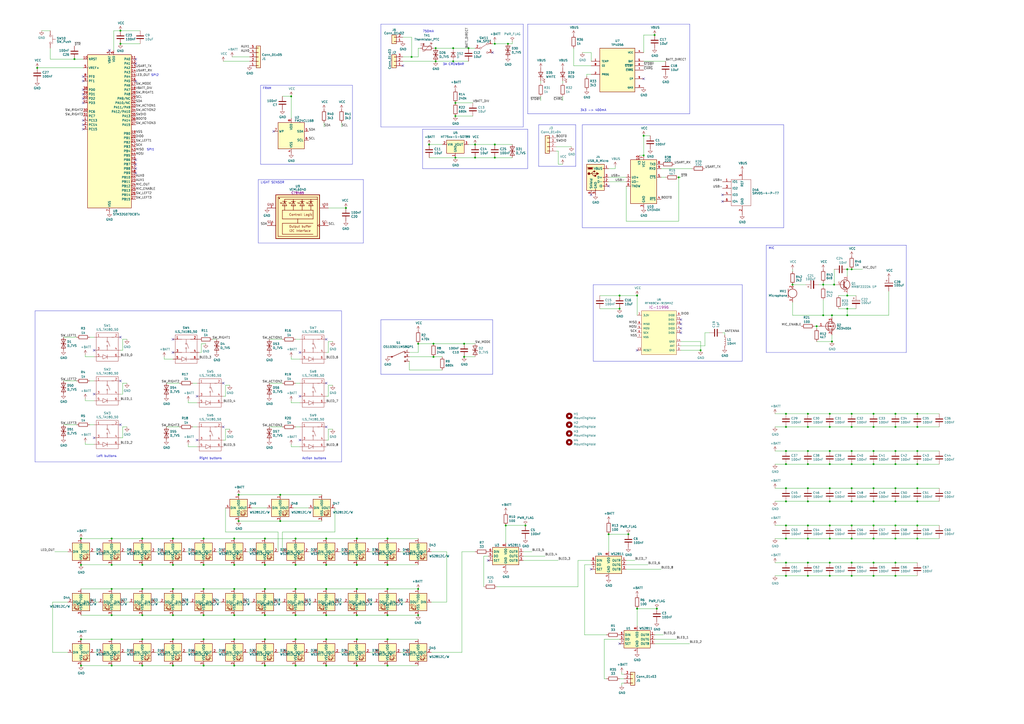
<source format=kicad_sch>
(kicad_sch (version 20230121) (generator eeschema)
  (paper "A2")
  (junction (at 153.67 386.08))
  (junction (at 64.77 341.63))
  (junction (at 64.77 356.87))
  (junction (at 506.73 312.42))
  (junction (at 519.43 334.01))
  (junction (at 468.63 334.01))
  (junction (at 294.64 25.4))
  (junction (at 118.11 312.42))
  (junction (at 271.78 27.94))
  (junction (at 118.11 327.66))
  (junction (at 494.03 240.03))
  (junction (at 519.43 326.39))
  (junction (at 455.93 312.42))
  (junction (at 64.77 370.84))
  (junction (at 287.02 83.82))
  (junction (at 189.23 386.08))
  (junction (at 506.73 247.65))
  (junction (at 82.55 356.87))
  (junction (at 153.67 312.42))
  (junction (at 135.89 370.84))
  (junction (at 171.45 370.84))
  (junction (at 153.67 341.63))
  (junction (at 477.52 165.1))
  (junction (at 251.46 207.01))
  (junction (at 252.73 35.56))
  (junction (at 153.67 370.84))
  (junction (at 189.23 356.87))
  (junction (at 207.01 356.87))
  (junction (at 455.93 261.62))
  (junction (at 207.01 312.42))
  (junction (at 46.99 370.84))
  (junction (at 168.91 55.88))
  (junction (at 494.03 156.21))
  (junction (at 468.63 326.39))
  (junction (at 468.63 304.8))
  (junction (at 262.89 27.94))
  (junction (at 135.89 386.08))
  (junction (at 494.03 290.83))
  (junction (at 264.16 67.31))
  (junction (at 242.57 356.87))
  (junction (at 171.45 327.66))
  (junction (at 82.55 327.66))
  (junction (at 69.85 17.78))
  (junction (at 379.73 20.32))
  (junction (at 491.49 182.88))
  (junction (at 473.71 189.23))
  (junction (at 506.73 269.24))
  (junction (at 494.03 261.62))
  (junction (at 224.79 370.84))
  (junction (at 224.79 341.63))
  (junction (at 189.23 370.84))
  (junction (at 82.55 386.08))
  (junction (at 483.87 165.1))
  (junction (at 135.89 327.66))
  (junction (at 242.57 199.39))
  (junction (at 64.77 312.42))
  (junction (at 262.89 35.56))
  (junction (at 21.59 39.37))
  (junction (at 82.55 370.84))
  (junction (at 364.49 309.88))
  (junction (at 82.55 341.63))
  (junction (at 481.33 326.39))
  (junction (at 224.79 327.66))
  (junction (at 519.43 304.8))
  (junction (at 46.99 327.66))
  (junction (at 494.03 283.21))
  (junction (at 171.45 356.87))
  (junction (at 207.01 370.84))
  (junction (at 481.33 290.83))
  (junction (at 494.03 247.65))
  (junction (at 242.57 341.63))
  (junction (at 494.03 304.8))
  (junction (at 135.89 341.63))
  (junction (at 224.79 386.08))
  (junction (at 481.33 283.21))
  (junction (at 275.59 91.44))
  (junction (at 275.59 83.82))
  (junction (at 494.03 312.42))
  (junction (at 519.43 261.62))
  (junction (at 455.93 247.65))
  (junction (at 468.63 247.65))
  (junction (at 369.57 171.45))
  (junction (at 162.56 302.26))
  (junction (at 506.73 326.39))
  (junction (at 171.45 312.42))
  (junction (at 100.33 341.63))
  (junction (at 304.8 304.8))
  (junction (at 153.67 327.66))
  (junction (at 491.49 179.07))
  (junction (at 207.01 327.66))
  (junction (at 506.73 290.83))
  (junction (at 393.7 102.87))
  (junction (at 224.79 356.87))
  (junction (at 519.43 247.65))
  (junction (at 200.66 120.65))
  (junction (at 532.13 304.8))
  (junction (at 359.41 179.07))
  (junction (at 455.93 334.01))
  (junction (at 135.89 312.42))
  (junction (at 481.33 269.24))
  (junction (at 468.63 240.03))
  (junction (at 532.13 240.03))
  (junction (at 46.99 386.08))
  (junction (at 506.73 240.03))
  (junction (at 171.45 386.08))
  (junction (at 251.46 199.39))
  (junction (at 481.33 240.03))
  (junction (at 532.13 290.83))
  (junction (at 481.33 334.01))
  (junction (at 381 353.06))
  (junction (at 455.93 283.21))
  (junction (at 468.63 312.42))
  (junction (at 468.63 269.24))
  (junction (at 269.24 199.39))
  (junction (at 455.93 304.8))
  (junction (at 64.77 386.08))
  (junction (at 373.38 90.17))
  (junction (at 46.99 312.42))
  (junction (at 64.77 327.66))
  (junction (at 353.06 309.88))
  (junction (at 248.92 83.82))
  (junction (at 506.73 261.62))
  (junction (at 468.63 261.62))
  (junction (at 532.13 283.21))
  (junction (at 455.93 240.03))
  (junction (at 482.6 182.88))
  (junction (at 519.43 269.24))
  (junction (at 481.33 304.8))
  (junction (at 477.52 182.88))
  (junction (at 455.93 269.24))
  (junction (at 238.76 33.02))
  (junction (at 82.55 312.42))
  (junction (at 118.11 341.63))
  (junction (at 481.33 247.65))
  (junction (at 369.57 353.06))
  (junction (at 532.13 312.42))
  (junction (at 506.73 334.01))
  (junction (at 138.43 302.26))
  (junction (at 153.67 356.87))
  (junction (at 207.01 386.08))
  (junction (at 519.43 240.03))
  (junction (at 481.33 261.62))
  (junction (at 207.01 341.63))
  (junction (at 224.79 312.42))
  (junction (at 494.03 269.24))
  (junction (at 506.73 304.8))
  (junction (at 252.73 27.94))
  (junction (at 519.43 312.42))
  (junction (at 264.16 59.69))
  (junction (at 491.49 171.45))
  (junction (at 100.33 386.08))
  (junction (at 506.73 283.21))
  (junction (at 171.45 341.63))
  (junction (at 189.23 312.42))
  (junction (at 162.56 287.02))
  (junction (at 532.13 261.62))
  (junction (at 138.43 287.02))
  (junction (at 468.63 283.21))
  (junction (at 373.38 78.74))
  (junction (at 494.03 334.01))
  (junction (at 491.49 156.21))
  (junction (at 468.63 290.83))
  (junction (at 482.6 198.12))
  (junction (at 118.11 370.84))
  (junction (at 189.23 327.66))
  (junction (at 118.11 356.87))
  (junction (at 100.33 356.87))
  (junction (at 359.41 171.45))
  (junction (at 406.4 203.2))
  (junction (at 100.33 327.66))
  (junction (at 532.13 269.24))
  (junction (at 135.89 356.87))
  (junction (at 455.93 326.39))
  (junction (at 69.85 25.4))
  (junction (at 118.11 386.08))
  (junction (at 100.33 312.42))
  (junction (at 287.02 25.4))
  (junction (at 455.93 290.83))
  (junction (at 459.74 165.1))
  (junction (at 100.33 370.84))
  (junction (at 287.02 91.44))
  (junction (at 519.43 290.83))
  (junction (at 43.18 34.29))
  (junction (at 532.13 247.65))
  (junction (at 494.03 326.39))
  (junction (at 269.24 207.01))
  (junction (at 481.33 312.42))
  (junction (at 293.37 304.8))
  (junction (at 189.23 341.63))
  (junction (at 519.43 283.21))
  (junction (at 264.16 91.44))
  (no_connect (at 394.97 190.5))
  (no_connect (at 69.85 220.98))
  (no_connect (at 48.26 72.39))
  (no_connect (at 353.06 107.95))
  (no_connect (at 48.26 52.07))
  (no_connect (at 54.61 254))
  (no_connect (at 48.26 46.99))
  (no_connect (at 54.61 203.2))
  (no_connect (at 419.1 116.84))
  (no_connect (at 54.61 228.6))
  (no_connect (at 114.3 229.87))
  (no_connect (at 63.5 29.21))
  (no_connect (at 189.23 247.65))
  (no_connect (at 394.97 185.42))
  (no_connect (at 129.54 247.65))
  (no_connect (at 48.26 44.45))
  (no_connect (at 48.26 74.93))
  (no_connect (at 359.41 373.38))
  (no_connect (at 100.33 196.85))
  (no_connect (at 78.74 46.99))
  (no_connect (at 369.57 203.2))
  (no_connect (at 394.97 187.96))
  (no_connect (at 48.26 69.85))
  (no_connect (at 78.74 95.25))
  (no_connect (at 48.26 54.61))
  (no_connect (at 283.21 325.12))
  (no_connect (at 78.74 36.83))
  (no_connect (at 48.26 59.69))
  (no_connect (at 189.23 196.85))
  (no_connect (at 373.38 45.72))
  (no_connect (at 69.85 246.38))
  (no_connect (at 173.99 255.27))
  (no_connect (at 342.9 113.03))
  (no_connect (at 114.3 255.27))
  (no_connect (at 78.74 97.79))
  (no_connect (at 419.1 113.03))
  (no_connect (at 342.9 330.2))
  (no_connect (at 78.74 34.29))
  (no_connect (at 78.74 100.33))
  (no_connect (at 69.85 195.58))
  (no_connect (at 48.26 57.15))
  (no_connect (at 78.74 92.71))
  (no_connect (at 285.75 30.48))
  (no_connect (at 394.97 193.04))
  (no_connect (at 173.99 229.87))
  (no_connect (at 100.33 204.47))
  (no_connect (at 233.68 38.1))
  (no_connect (at 173.99 204.47))
  (no_connect (at 189.23 222.25))
  (no_connect (at 129.54 222.25))
  (no_connect (at 158.75 76.2))
  (wire (pts (xy 193.04 248.92) (xy 190.5 248.92)))
  (wire (pts (xy 477.52 173.99) (xy 477.52 182.88)))
  (wire (pts (xy 369.57 182.88) (xy 369.57 171.45)))
  (wire (pts (xy 224.79 341.63) (xy 207.01 341.63)))
  (wire (pts (xy 373.38 20.32) (xy 379.73 20.32)))
  (wire (pts (xy 189.23 386.08) (xy 171.45 386.08)))
  (wire (pts (xy 82.55 327.66) (xy 64.77 327.66)))
  (wire (pts (xy 234.95 349.25) (xy 232.41 349.25)))
  (wire (pts (xy 449.58 326.39) (xy 455.93 326.39)))
  (wire (pts (xy 359.41 179.07) (xy 347.98 179.07)))
  (wire (pts (xy 468.63 283.21) (xy 481.33 283.21)))
  (wire (pts (xy 377.19 78.74) (xy 373.38 78.74)))
  (wire (pts (xy 532.13 247.65) (xy 544.83 247.65)))
  (wire (pts (xy 161.29 320.04) (xy 161.29 308.61)))
  (wire (pts (xy 187.96 71.12) (xy 187.96 73.66)))
  (wire (pts (xy 340.36 44.45) (xy 340.36 43.18)))
  (wire (pts (xy 92.71 349.25) (xy 90.17 349.25)))
  (polyline (pts (xy 444.5 204.47) (xy 444.5 142.24)))
  (polyline (pts (xy 400.05 13.97) (xy 400.05 66.04)))
  (wire (pts (xy 280.67 322.58) (xy 280.67 340.36)))
  (wire (pts (xy 326.39 48.26) (xy 326.39 46.99)))
  (wire (pts (xy 168.91 207.01) (xy 168.91 208.28)))
  (wire (pts (xy 100.33 312.42) (xy 118.11 312.42)))
  (wire (pts (xy 259.08 320.04) (xy 259.08 349.25)))
  (wire (pts (xy 468.63 269.24) (xy 481.33 269.24)))
  (wire (pts (xy 356.87 96.52) (xy 356.87 97.79)))
  (wire (pts (xy 532.13 312.42) (xy 544.83 312.42)))
  (polyline (pts (xy 204.47 95.25) (xy 204.47 49.53)))
  (wire (pts (xy 297.18 24.13) (xy 297.18 25.4)))
  (wire (pts (xy 224.79 356.87) (xy 242.57 356.87)))
  (polyline (pts (xy 149.86 104.14) (xy 149.86 140.97)))
  (wire (pts (xy 506.73 312.42) (xy 519.43 312.42)))
  (wire (pts (xy 481.33 312.42) (xy 494.03 312.42)))
  (wire (pts (xy 168.91 208.28) (xy 173.99 208.28)))
  (wire (pts (xy 323.85 95.25) (xy 323.85 87.63)))
  (wire (pts (xy 162.56 302.26) (xy 186.69 302.26)))
  (wire (pts (xy 251.46 207.01) (xy 237.49 207.01)))
  (wire (pts (xy 383.54 97.79) (xy 401.32 97.79)))
  (wire (pts (xy 171.45 386.08) (xy 153.67 386.08)))
  (wire (pts (xy 269.24 199.39) (xy 275.59 199.39)))
  (polyline (pts (xy 444.5 142.24) (xy 525.78 142.24)))
  (wire (pts (xy 238.76 33.02) (xy 242.57 33.02)))
  (wire (pts (xy 232.41 378.46) (xy 234.95 378.46)))
  (wire (pts (xy 49.53 207.01) (xy 54.61 207.01)))
  (wire (pts (xy 455.93 290.83) (xy 468.63 290.83)))
  (wire (pts (xy 250.19 378.46) (xy 267.97 378.46)))
  (wire (pts (xy 455.93 269.24) (xy 468.63 269.24)))
  (wire (pts (xy 250.19 320.04) (xy 259.08 320.04)))
  (wire (pts (xy 100.33 370.84) (xy 118.11 370.84)))
  (wire (pts (xy 130.81 229.87) (xy 129.54 229.87)))
  (wire (pts (xy 356.87 97.79) (xy 353.06 97.79)))
  (wire (pts (xy 459.74 156.21) (xy 459.74 157.48)))
  (polyline (pts (xy 337.82 72.39) (xy 337.82 132.08)))
  (wire (pts (xy 73.66 247.65) (xy 71.12 247.65)))
  (wire (pts (xy 393.7 102.87) (xy 394.97 102.87)))
  (polyline (pts (xy 20.32 180.34) (xy 198.12 180.34)))
  (wire (pts (xy 408.94 200.66) (xy 394.97 200.66)))
  (wire (pts (xy 275.59 91.44) (xy 287.02 91.44)))
  (polyline (pts (xy 306.07 66.04) (xy 400.05 66.04)))
  (wire (pts (xy 69.85 25.4) (xy 81.28 25.4)))
  (wire (pts (xy 491.49 171.45) (xy 496.57 171.45)))
  (wire (pts (xy 468.63 290.83) (xy 481.33 290.83)))
  (wire (pts (xy 171.45 327.66) (xy 153.67 327.66)))
  (wire (pts (xy 66.04 17.78) (xy 66.04 29.21)))
  (wire (pts (xy 468.63 240.03) (xy 481.33 240.03)))
  (wire (pts (xy 360.68 396.24) (xy 361.95 396.24)))
  (wire (pts (xy 52.07 195.58) (xy 54.61 195.58)))
  (wire (pts (xy 52.07 220.98) (xy 54.61 220.98)))
  (wire (pts (xy 171.45 247.65) (xy 173.99 247.65)))
  (wire (pts (xy 494.03 312.42) (xy 506.73 312.42)))
  (wire (pts (xy 57.15 349.25) (xy 54.61 349.25)))
  (wire (pts (xy 72.39 320.04) (xy 74.93 320.04)))
  (wire (pts (xy 274.32 67.31) (xy 264.16 67.31)))
  (wire (pts (xy 95.25 207.01) (xy 95.25 208.28)))
  (wire (pts (xy 71.12 228.6) (xy 69.85 228.6)))
  (wire (pts (xy 481.33 247.65) (xy 494.03 247.65)))
  (wire (pts (xy 123.19 196.85) (xy 125.73 196.85)))
  (wire (pts (xy 267.97 378.46) (xy 267.97 320.04)))
  (wire (pts (xy 107.95 320.04) (xy 110.49 320.04)))
  (wire (pts (xy 107.95 378.46) (xy 110.49 378.46)))
  (wire (pts (xy 49.53 232.41) (xy 54.61 232.41)))
  (wire (pts (xy 116.84 204.47) (xy 115.57 204.47)))
  (wire (pts (xy 491.49 156.21) (xy 491.49 160.02)))
  (polyline (pts (xy 344.17 165.1) (xy 430.53 165.1)))
  (wire (pts (xy 259.08 349.25) (xy 250.19 349.25)))
  (wire (pts (xy 119.38 199.39) (xy 116.84 199.39)))
  (wire (pts (xy 109.22 257.81) (xy 109.22 259.08)))
  (wire (pts (xy 36.83 246.38) (xy 44.45 246.38)))
  (wire (pts (xy 350.52 370.84) (xy 359.41 370.84)))
  (wire (pts (xy 363.22 330.2) (xy 383.54 330.2)))
  (wire (pts (xy 455.93 261.62) (xy 468.63 261.62)))
  (wire (pts (xy 373.38 78.74) (xy 373.38 90.17)))
  (wire (pts (xy 455.93 304.8) (xy 468.63 304.8)))
  (wire (pts (xy 110.49 349.25) (xy 107.95 349.25)))
  (wire (pts (xy 71.12 247.65) (xy 71.12 254)))
  (wire (pts (xy 54.61 378.46) (xy 57.15 378.46)))
  (wire (pts (xy 179.07 378.46) (xy 181.61 378.46)))
  (wire (pts (xy 224.79 386.08) (xy 207.01 386.08)))
  (wire (pts (xy 130.81 223.52) (xy 130.81 229.87)))
  (wire (pts (xy 138.43 302.26) (xy 162.56 302.26)))
  (wire (pts (xy 473.71 189.23) (xy 474.98 189.23)))
  (wire (pts (xy 82.55 312.42) (xy 100.33 312.42)))
  (wire (pts (xy 242.57 341.63) (xy 224.79 341.63)))
  (wire (pts (xy 481.33 304.8) (xy 494.03 304.8)))
  (wire (pts (xy 494.03 247.65) (xy 506.73 247.65)))
  (wire (pts (xy 353.06 105.41) (xy 363.22 105.41)))
  (wire (pts (xy 207.01 341.63) (xy 189.23 341.63)))
  (wire (pts (xy 459.74 182.88) (xy 459.74 175.26)))
  (wire (pts (xy 30.48 349.25) (xy 39.37 349.25)))
  (wire (pts (xy 360.68 389.89) (xy 360.68 391.16)))
  (polyline (pts (xy 344.17 209.55) (xy 344.17 165.1)))
  (wire (pts (xy 30.48 349.25) (xy 30.48 378.46)))
  (wire (pts (xy 193.04 223.52) (xy 190.5 223.52)))
  (wire (pts (xy 171.45 341.63) (xy 153.67 341.63)))
  (wire (pts (xy 207.01 312.42) (xy 224.79 312.42)))
  (wire (pts (xy 52.07 246.38) (xy 54.61 246.38)))
  (wire (pts (xy 64.77 356.87) (xy 82.55 356.87)))
  (wire (pts (xy 313.69 48.26) (xy 313.69 46.99)))
  (wire (pts (xy 337.82 30.48) (xy 342.9 30.48)))
  (polyline (pts (xy 285.75 217.17) (xy 285.75 185.42)))
  (wire (pts (xy 455.93 240.03) (xy 468.63 240.03)))
  (wire (pts (xy 46.99 356.87) (xy 64.77 356.87)))
  (wire (pts (xy 153.67 356.87) (xy 171.45 356.87)))
  (wire (pts (xy 232.41 320.04) (xy 234.95 320.04)))
  (wire (pts (xy 125.73 320.04) (xy 128.27 320.04)))
  (wire (pts (xy 189.23 327.66) (xy 171.45 327.66)))
  (wire (pts (xy 339.09 368.3) (xy 351.79 368.3)))
  (wire (pts (xy 74.93 349.25) (xy 72.39 349.25)))
  (wire (pts (xy 455.93 312.42) (xy 468.63 312.42)))
  (polyline (pts (xy 400.05 13.97) (xy 306.07 13.97)))
  (wire (pts (xy 326.39 95.25) (xy 323.85 95.25)))
  (wire (pts (xy 82.55 341.63) (xy 64.77 341.63)))
  (wire (pts (xy 449.58 261.62) (xy 455.93 261.62)))
  (wire (pts (xy 156.21 196.85) (xy 163.83 196.85)))
  (wire (pts (xy 189.23 356.87) (xy 207.01 356.87)))
  (wire (pts (xy 43.18 34.29) (xy 48.26 34.29)))
  (wire (pts (xy 143.51 320.04) (xy 146.05 320.04)))
  (wire (pts (xy 156.21 222.25) (xy 163.83 222.25)))
  (wire (pts (xy 46.99 312.42) (xy 64.77 312.42)))
  (wire (pts (xy 135.89 370.84) (xy 153.67 370.84)))
  (wire (pts (xy 224.79 370.84) (xy 242.57 370.84)))
  (wire (pts (xy 532.13 304.8) (xy 544.83 304.8)))
  (wire (pts (xy 242.57 386.08) (xy 224.79 386.08)))
  (wire (pts (xy 133.35 248.92) (xy 130.81 248.92)))
  (wire (pts (xy 90.17 320.04) (xy 92.71 320.04)))
  (wire (pts (xy 275.59 83.82) (xy 271.78 83.82)))
  (wire (pts (xy 168.91 259.08) (xy 173.99 259.08)))
  (wire (pts (xy 171.45 356.87) (xy 189.23 356.87)))
  (wire (pts (xy 171.45 196.85) (xy 173.99 196.85)))
  (wire (pts (xy 168.91 233.68) (xy 173.99 233.68)))
  (wire (pts (xy 133.35 223.52) (xy 130.81 223.52)))
  (wire (pts (xy 406.4 198.12) (xy 406.4 203.2)))
  (wire (pts (xy 482.6 182.88) (xy 491.49 182.88)))
  (polyline (pts (xy 198.12 180.34) (xy 198.12 267.97)))
  (wire (pts (xy 271.78 27.94) (xy 275.59 27.94)))
  (wire (pts (xy 96.52 222.25) (xy 104.14 222.25)))
  (wire (pts (xy 477.52 163.83) (xy 477.52 165.1)))
  (wire (pts (xy 267.97 320.04) (xy 275.59 320.04)))
  (wire (pts (xy 494.03 240.03) (xy 506.73 240.03)))
  (wire (pts (xy 100.33 327.66) (xy 82.55 327.66)))
  (wire (pts (xy 491.49 179.07) (xy 491.49 182.88)))
  (wire (pts (xy 190.5 255.27) (xy 189.23 255.27)))
  (wire (pts (xy 494.03 290.83) (xy 506.73 290.83)))
  (wire (pts (xy 95.25 208.28) (xy 100.33 208.28)))
  (wire (pts (xy 449.58 334.01) (xy 455.93 334.01)))
  (wire (pts (xy 46.99 370.84) (xy 64.77 370.84)))
  (wire (pts (xy 207.01 356.87) (xy 224.79 356.87)))
  (wire (pts (xy 449.58 240.03) (xy 455.93 240.03)))
  (polyline (pts (xy 220.98 185.42) (xy 285.75 185.42)))
  (wire (pts (xy 323.85 87.63) (xy 322.58 87.63)))
  (wire (pts (xy 130.81 255.27) (xy 129.54 255.27)))
  (wire (pts (xy 481.33 326.39) (xy 494.03 326.39)))
  (wire (pts (xy 168.91 55.88) (xy 168.91 68.58)))
  (wire (pts (xy 163.83 349.25) (xy 161.29 349.25)))
  (wire (pts (xy 481.33 290.83) (xy 494.03 290.83)))
  (wire (pts (xy 262.89 27.94) (xy 271.78 27.94)))
  (wire (pts (xy 109.22 232.41) (xy 109.22 233.68)))
  (wire (pts (xy 130.81 248.92) (xy 130.81 255.27)))
  (wire (pts (xy 532.13 240.03) (xy 544.83 240.03)))
  (wire (pts (xy 82.55 370.84) (xy 100.33 370.84)))
  (wire (pts (xy 494.03 334.01) (xy 506.73 334.01)))
  (wire (pts (xy 360.68 391.16) (xy 361.95 391.16)))
  (wire (pts (xy 130.81 308.61) (xy 130.81 294.64)))
  (wire (pts (xy 293.37 304.8) (xy 293.37 314.96)))
  (wire (pts (xy 21.59 39.37) (xy 48.26 39.37)))
  (wire (pts (xy 477.52 182.88) (xy 459.74 182.88)))
  (wire (pts (xy 519.43 247.65) (xy 532.13 247.65)))
  (wire (pts (xy 163.83 308.61) (xy 163.83 320.04)))
  (wire (pts (xy 519.43 261.62) (xy 532.13 261.62)))
  (wire (pts (xy 190.5 223.52) (xy 190.5 229.87)))
  (wire (pts (xy 24.13 17.78) (xy 29.21 17.78)))
  (wire (pts (xy 303.53 320.04) (xy 308.61 320.04)))
  (polyline (pts (xy 306.07 74.93) (xy 306.07 97.79)))
  (wire (pts (xy 69.85 203.2) (xy 71.12 203.2)))
  (wire (pts (xy 335.28 340.36) (xy 335.28 325.12)))
  (wire (pts (xy 482.6 182.88) (xy 477.52 182.88)))
  (wire (pts (xy 379.73 368.3) (xy 384.81 368.3)))
  (wire (pts (xy 156.21 247.65) (xy 163.83 247.65)))
  (wire (pts (xy 82.55 356.87) (xy 100.33 356.87)))
  (wire (pts (xy 363.22 128.27) (xy 363.22 107.95)))
  (wire (pts (xy 237.49 214.63) (xy 237.49 209.55)))
  (wire (pts (xy 519.43 334.01) (xy 532.13 334.01)))
  (wire (pts (xy 64.77 327.66) (xy 46.99 327.66)))
  (wire (pts (xy 186.69 287.02) (xy 162.56 287.02)))
  (polyline (pts (xy 149.86 140.97) (xy 210.82 140.97)))
  (wire (pts (xy 408.94 193.04) (xy 408.94 200.66)))
  (wire (pts (xy 190.5 204.47) (xy 190.5 198.12)))
  (wire (pts (xy 36.83 220.98) (xy 44.45 220.98)))
  (polyline (pts (xy 245.11 74.93) (xy 306.07 74.93)))
  (wire (pts (xy 481.33 261.62) (xy 494.03 261.62)))
  (polyline (pts (xy 312.42 96.52) (xy 312.42 72.39)))
  (polyline (pts (xy 220.98 13.97) (xy 220.98 73.66)))
  (wire (pts (xy 207.01 386.08) (xy 189.23 386.08)))
  (wire (pts (xy 90.17 378.46) (xy 92.71 378.46)))
  (wire (pts (xy 111.76 222.25) (xy 114.3 222.25)))
  (wire (pts (xy 392.43 370.84) (xy 379.73 370.84)))
  (wire (pts (xy 161.29 308.61) (xy 130.81 308.61)))
  (polyline (pts (xy 220.98 217.17) (xy 285.75 217.17)))
  (wire (pts (xy 483.87 156.21) (xy 483.87 165.1)))
  (wire (pts (xy 473.71 198.12) (xy 482.6 198.12)))
  (wire (pts (xy 69.85 17.78) (xy 81.28 17.78)))
  (wire (pts (xy 393.7 128.27) (xy 363.22 128.27)))
  (wire (pts (xy 297.18 83.82) (xy 287.02 83.82)))
  (wire (pts (xy 274.32 59.69) (xy 264.16 59.69)))
  (wire (pts (xy 287.02 25.4) (xy 294.64 25.4)))
  (wire (pts (xy 200.66 120.65) (xy 190.5 120.65)))
  (wire (pts (xy 196.85 378.46) (xy 199.39 378.46)))
  (wire (pts (xy 242.57 27.94) (xy 242.57 33.02)))
  (wire (pts (xy 135.89 386.08) (xy 118.11 386.08)))
  (wire (pts (xy 214.63 378.46) (xy 217.17 378.46)))
  (wire (pts (xy 134.62 33.02) (xy 144.78 33.02)))
  (wire (pts (xy 459.74 165.1) (xy 467.36 165.1)))
  (wire (pts (xy 506.73 247.65) (xy 519.43 247.65)))
  (polyline (pts (xy 334.01 96.52) (xy 312.42 96.52)))
  (wire (pts (xy 64.77 341.63) (xy 46.99 341.63)))
  (wire (pts (xy 118.11 327.66) (xy 100.33 327.66)))
  (wire (pts (xy 163.83 55.88) (xy 168.91 55.88)))
  (wire (pts (xy 506.73 304.8) (xy 519.43 304.8)))
  (wire (pts (xy 128.27 349.25) (xy 125.73 349.25)))
  (polyline (pts (xy 151.13 49.53) (xy 151.13 95.25)))
  (wire (pts (xy 71.12 254) (xy 69.85 254)))
  (wire (pts (xy 72.39 378.46) (xy 74.93 378.46)))
  (wire (pts (xy 109.22 233.68) (xy 114.3 233.68)))
  (wire (pts (xy 449.58 283.21) (xy 455.93 283.21)))
  (polyline (pts (xy 337.82 132.08) (xy 454.66 132.08)))
  (wire (pts (xy 532.13 261.62) (xy 544.83 261.62)))
  (wire (pts (xy 181.61 349.25) (xy 179.07 349.25)))
  (wire (pts (xy 293.37 304.8) (xy 304.8 304.8)))
  (wire (pts (xy 361.95 393.7) (xy 359.41 393.7)))
  (wire (pts (xy 481.33 283.21) (xy 494.03 283.21)))
  (wire (pts (xy 420.37 193.04) (xy 420.37 194.31)))
  (wire (pts (xy 275.59 91.44) (xy 264.16 91.44)))
  (wire (pts (xy 455.93 247.65) (xy 468.63 247.65)))
  (wire (pts (xy 251.46 199.39) (xy 242.57 199.39)))
  (wire (pts (xy 207.01 370.84) (xy 224.79 370.84)))
  (wire (pts (xy 482.6 184.15) (xy 482.6 182.88)))
  (wire (pts (xy 373.38 30.48) (xy 373.38 20.32)))
  (wire (pts (xy 532.13 290.83) (xy 544.83 290.83)))
  (wire (pts (xy 494.03 269.24) (xy 506.73 269.24)))
  (wire (pts (xy 519.43 283.21) (xy 532.13 283.21)))
  (polyline (pts (xy 151.13 49.53) (xy 204.47 49.53)))
  (wire (pts (xy 375.92 327.66) (xy 363.22 327.66)))
  (wire (pts (xy 449.58 290.83) (xy 455.93 290.83)))
  (wire (pts (xy 335.28 325.12) (xy 342.9 325.12)))
  (wire (pts (xy 515.62 182.88) (xy 515.62 168.91)))
  (wire (pts (xy 287.02 25.4) (xy 287.02 24.13)))
  (wire (pts (xy 519.43 312.42) (xy 532.13 312.42)))
  (wire (pts (xy 190.5 248.92) (xy 190.5 255.27)))
  (polyline (pts (xy 220.98 185.42) (xy 220.98 217.17)))
  (polyline (pts (xy 245.11 97.79) (xy 306.07 97.79)))
  (wire (pts (xy 481.33 269.24) (xy 494.03 269.24)))
  (wire (pts (xy 370.84 90.17) (xy 373.38 90.17)))
  (wire (pts (xy 233.68 33.02) (xy 238.76 33.02)))
  (wire (pts (xy 252.73 27.94) (xy 262.89 27.94)))
  (wire (pts (xy 313.69 58.42) (xy 313.69 55.88)))
  (wire (pts (xy 256.54 214.63) (xy 237.49 214.63)))
  (wire (pts (xy 340.36 43.18) (xy 342.9 43.18)))
  (wire (pts (xy 494.03 326.39) (xy 506.73 326.39)))
  (wire (pts (xy 153.67 327.66) (xy 135.89 327.66)))
  (polyline (pts (xy 210.82 104.14) (xy 149.86 104.14)))
  (polyline (pts (xy 20.32 267.97) (xy 198.12 267.97)))
  (wire (pts (xy 49.53 205.74) (xy 49.53 207.01)))
  (wire (pts (xy 242.57 204.47) (xy 237.49 204.47)))
  (wire (pts (xy 342.9 30.48) (xy 342.9 35.56)))
  (polyline (pts (xy 525.78 142.24) (xy 525.78 204.47)))
  (wire (pts (xy 100.33 386.08) (xy 82.55 386.08)))
  (polyline (pts (xy 210.82 140.97) (xy 210.82 104.14)))
  (wire (pts (xy 71.12 222.25) (xy 71.12 228.6)))
  (wire (pts (xy 118.11 386.08) (xy 100.33 386.08)))
  (wire (pts (xy 468.63 261.62) (xy 481.33 261.62)))
  (wire (pts (xy 233.68 21.59) (xy 238.76 21.59)))
  (wire (pts (xy 64.77 386.08) (xy 46.99 386.08)))
  (wire (pts (xy 207.01 327.66) (xy 189.23 327.66)))
  (wire (pts (xy 171.45 312.42) (xy 189.23 312.42)))
  (wire (pts (xy 49.53 231.14) (xy 49.53 232.41)))
  (wire (pts (xy 29.21 34.29) (xy 29.21 27.94)))
  (wire (pts (xy 353.06 102.87) (xy 363.22 102.87)))
  (wire (pts (xy 481.33 334.01) (xy 494.03 334.01)))
  (wire (pts (xy 135.89 312.42) (xy 153.67 312.42)))
  (wire (pts (xy 129.54 35.56) (xy 144.78 35.56)))
  (wire (pts (xy 406.4 203.2) (xy 394.97 203.2)))
  (polyline (pts (xy 337.82 72.39) (xy 454.66 72.39)))
  (polyline (pts (xy 220.98 13.97) (xy 303.53 13.97)))
  (wire (pts (xy 455.93 283.21) (xy 468.63 283.21)))
  (wire (pts (xy 494.03 156.21) (xy 500.38 156.21)))
  (wire (pts (xy 494.03 283.21) (xy 506.73 283.21)))
  (wire (pts (xy 288.29 340.36) (xy 335.28 340.36)))
  (polyline (pts (xy 430.53 209.55) (xy 430.53 165.1)))
  (wire (pts (xy 449.58 312.42) (xy 455.93 312.42)))
  (wire (pts (xy 146.05 349.25) (xy 143.51 349.25)))
  (wire (pts (xy 285.75 25.4) (xy 287.02 25.4)))
  (polyline (pts (xy 334.01 72.39) (xy 334.01 96.52)))
  (wire (pts (xy 297.18 25.4) (xy 294.64 25.4)))
  (wire (pts (xy 506.73 269.24) (xy 519.43 269.24)))
  (polyline (pts (xy 454.66 132.08) (xy 454.66 72.39)))
  (wire (pts (xy 486.41 171.45) (xy 491.49 171.45)))
  (wire (pts (xy 411.48 193.04) (xy 408.94 193.04)))
  (wire (pts (xy 287.02 83.82) (xy 275.59 83.82)))
  (wire (pts (xy 64.77 370.84) (xy 82.55 370.84)))
  (wire (pts (xy 506.73 290.83) (xy 519.43 290.83)))
  (wire (pts (xy 482.6 194.31) (xy 482.6 198.12)))
  (wire (pts (xy 30.48 378.46) (xy 39.37 378.46)))
  (wire (pts (xy 118.11 312.42) (xy 135.89 312.42)))
  (wire (pts (xy 111.76 247.65) (xy 114.3 247.65)))
  (wire (pts (xy 217.17 349.25) (xy 214.63 349.25)))
  (wire (pts (xy 339.09 327.66) (xy 342.9 327.66)))
  (wire (pts (xy 143.51 378.46) (xy 146.05 378.46)))
  (wire (pts (xy 468.63 326.39) (xy 481.33 326.39)))
  (wire (pts (xy 506.73 240.03) (xy 519.43 240.03)))
  (wire (pts (xy 342.9 38.1) (xy 332.74 38.1)))
  (wire (pts (xy 468.63 312.42) (xy 481.33 312.42)))
  (wire (pts (xy 64.77 312.42) (xy 82.55 312.42)))
  (wire (pts (xy 242.57 27.94) (xy 243.84 27.94)))
  (wire (pts (xy 252.73 35.56) (xy 262.89 35.56)))
  (wire (pts (xy 29.21 34.29) (xy 43.18 34.29)))
  (wire (pts (xy 316.23 322.58) (xy 303.53 322.58)))
  (wire (pts (xy 100.33 356.87) (xy 118.11 356.87)))
  (wire (pts (xy 360.68 397.51) (xy 360.68 396.24)))
  (polyline (pts (xy 245.11 97.79) (xy 245.11 74.93)))
  (wire (pts (xy 303.53 325.12) (xy 323.85 325.12)))
  (wire (pts (xy 394.97 198.12) (xy 406.4 198.12)))
  (polyline (pts (xy 312.42 72.39) (xy 334.01 72.39)))
  (wire (pts (xy 190.5 229.87) (xy 189.23 229.87)))
  (wire (pts (xy 494.03 261.62) (xy 506.73 261.62)))
  (wire (pts (xy 519.43 290.83) (xy 532.13 290.83)))
  (wire (pts (xy 271.78 35.56) (xy 262.89 35.56)))
  (wire (pts (xy 506.73 334.01) (xy 519.43 334.01)))
  (wire (pts (xy 326.39 58.42) (xy 326.39 55.88)))
  (wire (pts (xy 280.67 322.58) (xy 283.21 322.58)))
  (polyline (pts (xy 151.13 95.25) (xy 204.47 95.25)))
  (wire (pts (xy 369.57 353.06) (xy 369.57 363.22)))
  (wire (pts (xy 49.53 257.81) (xy 54.61 257.81)))
  (wire (pts (xy 171.45 222.25) (xy 173.99 222.25)))
  (wire (pts (xy 189.23 370.84) (xy 207.01 370.84)))
  (wire (pts (xy 153.67 370.84) (xy 171.45 370.84)))
  (polyline (pts (xy 303.53 73.66) (xy 303.53 13.97)))
  (wire (pts (xy 238.76 21.59) (xy 238.76 33.02)))
  (wire (pts (xy 369.57 171.45) (xy 359.41 171.45)))
  (wire (pts (xy 386.08 35.56) (xy 373.38 35.56)))
  (wire (pts (xy 468.63 334.01) (xy 481.33 334.01)))
  (wire (pts (xy 339.09 327.66) (xy 339.09 368.3)))
  (wire (pts (xy 153.67 386.08) (xy 135.89 386.08)))
  (wire (pts (xy 419.1 193.04) (xy 420.37 193.04)))
  (wire (pts (xy 347.98 171.45) (xy 359.41 171.45)))
  (wire (pts (xy 190.5 198.12) (xy 193.04 198.12)))
  (wire (pts (xy 350.52 393.7) (xy 350.52 370.84)))
  (wire (pts (xy 31.75 320.04) (xy 39.37 320.04)))
  (wire (pts (xy 242.57 327.66) (xy 224.79 327.66)))
  (wire (pts (xy 491.49 170.18) (xy 491.49 171.45)))
  (wire (pts (xy 248.92 83.82) (xy 256.54 83.82)))
  (wire (pts (xy 189.23 341.63) (xy 171.45 341.63)))
  (wire (pts (xy 353.06 309.88) (xy 353.06 320.04)))
  (wire (pts (xy 109.22 259.08) (xy 114.3 259.08)))
  (wire (pts (xy 153.67 341.63) (xy 135.89 341.63)))
  (wire (pts (xy 179.07 320.04) (xy 181.61 320.04)))
  (wire (pts (xy 269.24 207.01) (xy 275.59 207.01)))
  (wire (pts (xy 96.52 247.65) (xy 104.14 247.65)))
  (wire (pts (xy 189.23 312.42) (xy 207.01 312.42)))
  (wire (pts (xy 224.79 327.66) (xy 207.01 327.66)))
  (wire (pts (xy 100.33 341.63) (xy 82.55 341.63)))
  (polyline (pts (xy 20.32 180.34) (xy 20.32 267.97)))
  (wire (pts (xy 170.18 294.64) (xy 179.07 294.64)))
  (wire (pts (xy 477.52 165.1) (xy 477.52 166.37)))
  (wire (pts (xy 199.39 349.25) (xy 196.85 349.25)))
  (wire (pts (xy 168.91 257.81) (xy 168.91 259.08)))
  (wire (pts (xy 194.31 294.64) (xy 194.31 308.61)))
  (wire (pts (xy 506.73 283.21) (xy 519.43 283.21)))
  (wire (pts (xy 519.43 304.8) (xy 532.13 304.8)))
  (wire (pts (xy 251.46 207.01) (xy 256.54 207.01)))
  (wire (pts (xy 379.73 373.38) (xy 400.05 373.38)))
  (wire (pts (xy 532.13 269.24) (xy 544.83 269.24)))
  (wire (pts (xy 519.43 269.24) (xy 532.13 269.24)))
  (wire (pts (xy 242.57 199.39) (xy 242.57 204.47)))
  (wire (pts (xy 146.05 294.64) (xy 154.94 294.64)))
  (wire (pts (xy 519.43 326.39) (xy 532.13 326.39)))
  (wire (pts (xy 491.49 156.21) (xy 494.03 156.21)))
  (wire (pts (xy 332.74 38.1) (xy 332.74 27.94)))
  (wire (pts (xy 519.43 240.03) (xy 532.13 240.03)))
  (polyline (pts (xy 306.07 66.04) (xy 306.07 13.97)))
  (wire (pts (xy 494.03 304.8) (xy 506.73 304.8)))
  (wire (pts (xy 196.85 320.04) (xy 199.39 320.04)))
  (wire (pts (xy 506.73 326.39) (xy 519.43 326.39)))
  (wire (pts (xy 468.63 247.65) (xy 481.33 247.65)))
  (wire (pts (xy 449.58 304.8) (xy 455.93 304.8)))
  (wire (pts (xy 118.11 370.84) (xy 135.89 370.84)))
  (polyline (pts (xy 220.98 73.66) (xy 303.53 73.66)))
  (wire (pts (xy 287.02 91.44) (xy 297.18 91.44)))
  (wire (pts (xy 125.73 378.46) (xy 128.27 378.46)))
  (wire (pts (xy 194.31 308.61) (xy 163.83 308.61)))
  (wire (pts (xy 383.54 102.87) (xy 386.08 102.87)))
  (polyline (pts (xy 344.17 209.55) (xy 430.53 209.55)))
  (wire (pts (xy 224.79 312.42) (xy 242.57 312.42)))
  (wire (pts (xy 233.68 35.56) (xy 252.73 35.56)))
  (wire (pts (xy 353.06 309.88) (xy 364.49 309.88)))
  (wire (pts (xy 369.57 353.06) (xy 381 353.06)))
  (wire (pts (xy 73.66 222.25) (xy 71.12 222.25)))
  (wire (pts (xy 481.33 240.03) (xy 494.03 240.03)))
  (wire (pts (xy 251.46 27.94) (xy 252.73 27.94)))
  (wire (pts (xy 71.12 196.85) (xy 73.66 196.85)))
  (wire (pts (xy 486.41 179.07) (xy 491.49 179.07)))
  (wire (pts (xy 71.12 203.2) (xy 71.12 196.85)))
  (wire (pts (xy 118.11 356.87) (xy 135.89 356.87)))
  (wire (pts (xy 135.89 327.66) (xy 118.11 327.66)))
  (wire (pts (xy 171.45 370.84) (xy 189.23 370.84)))
  (wire (pts (xy 161.29 378.46) (xy 163.83 378.46)))
  (wire (pts (xy 477.52 165.1) (xy 483.87 165.1)))
  (wire (pts (xy 162.56 287.02) (xy 138.43 287.02)))
  (wire (pts (xy 491.49 182.88) (xy 515.62 182.88)))
  (wire (pts (xy 153.67 312.42) (xy 171.45 312.42)))
  (wire (pts (xy 331.47 85.09) (xy 322.58 85.09)))
  (wire (pts (xy 449.58 269.24) (xy 455.93 269.24)))
  (wire (pts (xy 532.13 283.21) (xy 544.83 283.21)))
  (wire (pts (xy 455.93 326.39) (xy 468.63 326.39)))
  (wire (pts (xy 506.73 261.62) (xy 519.43 261.62)))
  (polyline (pts (xy 525.78 204.47) (xy 444.5 204.47)))
  (wire (pts (xy 36.83 195.58) (xy 44.45 195.58)))
  (wire (pts (xy 189.23 204.47) (xy 190.5 204.47)))
  (wire (pts (xy 198.12 71.12) (xy 198.12 73.66)))
  (wire (pts (xy 455.93 334.01) (xy 468.63 334.01)))
  (wire (pts (xy 214.63 320.04) (xy 217.17 320.04)))
  (wire (pts (xy 54.61 320.04) (xy 57.15 320.04)))
  (wire (pts (xy 472.44 189.23) (xy 473.71 189.23)))
  (wire (pts (xy 82.55 386.08) (xy 64.77 386.08)))
  (wire (pts (xy 135.89 341.63) (xy 118.11 341.63)))
  (wire (pts (xy 393.7 102.87) (xy 393.7 128.27)))
  (wire (pts (xy 351.79 393.7) (xy 350.52 393.7)))
  (wire (pts (xy 264.16 91.44) (xy 248.92 91.44)))
  (wire (pts (xy 49.53 256.54) (xy 49.53 257.81)))
  (wire (pts (xy 69.85 17.78) (xy 66.04 17.78)))
  (wire (pts (xy 491.49 179.07) (xy 496.57 179.07)))
  (wire (pts (xy 449.58 247.65) (xy 455.93 247.65)))
  (wire (pts (xy 474.98 165.1) (xy 477.52 165.1)))
  (wire (pts (xy 363.22 325.12) (xy 368.3 325.12)))
  (wire (pts (xy 116.84 199.39) (xy 116.84 204.47)))
  (wire (pts (xy 473.71 189.23) (xy 473.71 190.5)))
  (wire (pts (xy 135.89 356.87) (xy 153.67 356.87)))
  (wire (pts (xy 168.91 232.41) (xy 168.91 233.68)))
  (wire (pts (xy 118.11 341.63) (xy 100.33 341.63)))
  (wire (pts (xy 251.46 199.39) (xy 269.24 199.39)))
  (wire (pts (xy 468.63 304.8) (xy 481.33 304.8)))
  (text "MIC" (at 445.77 144.78 0) (effects (font (size 1.27 1.27)) (justify left bottom)))
  (text "Right buttons" (at 115.57 266.7 0) (effects (font (size 1.27 1.27)) (justify left bottom)))
  (text "3k3 -> 400mA" (at 351.79 64.77 0) (effects (font (size 1.27 1.27)) (justify right bottom)))
  (text "SPI1" (at 85.09 87.63 0) (effects (font (size 1.27 1.27)) (justify left bottom)))
  (text "SPI2" (at 87.63 44.45 0) (effects (font (size 1.27 1.27)) (justify left bottom)))
  (text "Left buttons" (at 55.88 265.43 0) (effects (font (size 1.27 1.27)) (justify left bottom)))
  (text "Action buttons" (at 175.26 266.7 0) (effects (font (size 1.27 1.27)) (justify left bottom)))
  (text "3A CROWBAR" (at 269.24 38.1 0) (effects (font (size 1.27 1.27)) (justify right bottom)))
  (text "FRAM" (at 152.4 52.07 0) (effects (font (size 1.27 1.27)) (justify left bottom)))
  (text "LIGHT SENSOR" (at 151.13 106.68 0) (effects (font (size 1.27 1.27)) (justify left bottom)))
  (text "750mA" (at 245.11 19.05 0) (effects (font (size 1.27 1.27)) (justify left bottom)))
  (label "NSS" (at 369.57 195.58 180))
  (label "BLED_2" (at 69.85 257.81 0))
  (label "BLED_1" (at 392.43 370.84 0))
  (label "SW_LEFT1" (at 78.74 82.55 0))
  (label "~{DTR}" (at 43.18 26.67 0))
  (label "SW_ACTION2" (at 163.83 222.25 180))
  (label "BOOT0" (at 383.54 115.57 0))
  (label "MISO" (at 78.74 87.63 0))
  (label "BOOT0" (at 322.58 80.01 0))
  (label "BLED_4" (at 129.54 233.68 0))
  (label "BLED_2" (at 400.05 373.38 0))
  (label "USB+" (at 354.33 102.87 0))
  (label "BLED_3" (at 115.57 208.28 0))
  (label "SW_RIGHT1" (at 78.74 54.61 0))
  (label "MIC_OUT" (at 500.38 156.21 0))
  (label "SW_MODE" (at 78.74 49.53 0))
  (label "LED_OUT" (at 31.75 320.04 180))
  (label "BLED_5" (at 308.61 320.04 0))
  (label "MIC_OUT" (at 78.74 107.95 0))
  (label "SW_ACTION3" (at 163.83 247.65 180))
  (label "MOSI" (at 78.74 90.17 0))
  (label "BLED_0" (at 69.85 207.01 0))
  (label "SW_ACTION1" (at 78.74 62.23 0))
  (label "USB-" (at 419.1 109.22 180))
  (label "SCL" (at 78.74 57.15 0))
  (label "BLED_6" (at 375.92 327.66 0))
  (label "SW_LEFT2" (at 78.74 113.03 0))
  (label "MIC_ENABLE" (at 78.74 110.49 0))
  (label "SW_RIGHT1" (at 123.19 196.85 0))
  (label "SCK" (at 369.57 193.04 180))
  (label "ANTENNA" (at 420.37 193.04 0))
  (label "MISO" (at 369.57 187.96 180))
  (label "BOOT0" (at 78.74 69.85 0))
  (label "MOSI" (at 369.57 190.5 180))
  (label "SW_RIGHT3" (at 48.26 67.31 180))
  (label "SW_ACTION3" (at 78.74 72.39 0))
  (label "DIO0" (at 78.74 80.01 0))
  (label "SCL" (at 179.07 81.28 0))
  (label "BLED_5" (at 129.54 259.08 0))
  (label "SCL" (at 198.12 73.66 0))
  (label "SW_RIGHT3" (at 104.14 247.65 180))
  (label "SW_RIGHT2" (at 48.26 64.77 180))
  (label "LED_OUT" (at 78.74 44.45 0))
  (label "SW_RIGHT2" (at 104.14 222.25 180))
  (label "VBATT_DIV" (at 274.32 59.69 0))
  (label "SWDIO" (at 78.74 67.31 0))
  (label "USART_TX" (at 408.94 97.79 0))
  (label "DIO0" (at 394.97 182.88 0))
  (label "SW_MODE" (at 275.59 199.39 0))
  (label "NSS" (at 78.74 77.47 0))
  (label "BLED_6" (at 189.23 208.28 0))
  (label "USB-" (at 356.87 105.41 0))
  (label "USB+" (at 419.1 105.41 180))
  (label "SCK" (at 78.74 85.09 0))
  (label "BLED_0" (at 384.81 368.3 0))
  (label "BLED_3" (at 323.85 325.12 0))
  (label "VBATT_DIV" (at 78.74 52.07 0))
  (label "SWDIO" (at 322.58 82.55 0))
  (label "AUX1" (at 78.74 105.41 0))
  (label "~{CHRG}" (at 373.38 40.64 0))
  (label "SCL" (at 190.5 130.81 0))
  (label "BATT_DIRECT" (at 386.08 35.56 0))
  (label "BLED_1" (at 69.85 232.41 0))
  (label "BLED_4" (at 316.23 322.58 0))
  (label "SW_ACTION1" (at 163.83 196.85 180))
  (label "BLED_8" (at 383.54 330.2 0))
  (label "SDA" (at 154.94 130.81 180))
  (label "SDA" (at 179.07 76.2 0))
  (label "SW_LEFT3" (at 78.74 115.57 0))
  (label "MIC_ENABLE" (at 464.82 189.23 180))
  (label "AUX1" (at 144.78 27.94 180))
  (label "~{CHRG}" (at 326.39 58.42 180))
  (label "AUX0" (at 78.74 102.87 0))
  (label "BLED_7" (at 368.3 325.12 0))
  (label "BLED_8" (at 189.23 259.08 0))
  (label "BATT_DIRECT" (at 271.78 27.94 90))
  (label "BLED_7" (at 189.23 233.68 0))
  (label "SDA" (at 78.74 59.69 0))
  (label "USART_TX" (at 78.74 39.37 0))
  (label "SW_ACTION2" (at 78.74 64.77 0))
  (label "SDA" (at 187.96 73.66 0))
  (label "~{STDBY}" (at 373.38 38.1 0))
  (label "USART_RX" (at 391.16 95.25 0))
  (label "SW_LEFT1" (at 44.45 195.58 180))
  (label "SW_LEFT3" (at 44.45 246.38 180))
  (label "AUX0" (at 144.78 30.48 180))
  (label "USART_RX" (at 78.74 41.91 0))
  (label "SW_LEFT2" (at 44.45 220.98 180))
  (label "~{STDBY}" (at 313.69 58.42 180))
  (label "~{DTR}" (at 394.97 102.87 0))
  (symbol (lib_id "Device:C") (at 81.28 21.59 0) (unit 1)
    (property "Reference" "C9" (at 84.201 20.4216 0) (effects (justify left)))
    (property "Value" "10uF" (at 84.201 22.733 0) (effects (justify left)))
    (property "Footprint" "Capacitor_SMD:C_0603_1608Metric" (effects hide))
    (property "LCSC" "C96446" (effects hide))
  )
  (symbol (lib_id "LED:WS2812B") (at 46.99 320.04 0) (unit 1)
    (property "Reference" "D5" (at 55.7276 318.8716 0) (effects (justify left)))
    (property "Value" "WS2812C/W" (at 55.7276 321.183 0) (effects (justify left)))
    (property "Footprint" "LED_SMD:LED_WS2812B_PLCC4_5.0x5.0mm_P3.2mm" (effects hide))
    (property "Datasheet" "https://cdn-shop.adafruit.com/datasheets/WS2812B.pdf" (effects hide))
    (property "LCSC" "C2761796" (effects hide))
  )
  (symbol (lib_id "LED:WS2812B") (at 64.77 320.04 0) (unit 1)
    (property "Reference" "D8" (at 73.5076 318.8716 0) (effects (justify left)))
    (property "Value" "WS2812C/W" (at 73.5076 321.183 0) (effects (justify left)))
    (property "Footprint" "LED_SMD:LED_WS2812B_PLCC4_5.0x5.0mm_P3.2mm" (effects hide))
    (property "Datasheet" "https://cdn-shop.adafruit.com/datasheets/WS2812B.pdf" (effects hide))
    (property "LCSC" "C2761796" (effects hide))
  )
  (symbol (lib_id "LED:WS2812B") (at 82.55 320.04 0) (unit 1)
    (property "Reference" "D11" (at 91.2876 318.8716 0) (effects (justify left)))
    (property "Value" "WS2812C/W" (at 91.2876 321.183 0) (effects (justify left)))
    (property "Footprint" "LED_SMD:LED_WS2812B_PLCC4_5.0x5.0mm_P3.2mm" (effects hide))
    (property "Datasheet" "https://cdn-shop.adafruit.com/datasheets/WS2812B.pdf" (effects hide))
    (property "LCSC" "C2761796" (effects hide))
  )
  (symbol (lib_id "LED:WS2812B") (at 100.33 320.04 0) (unit 1)
    (property "Reference" "D14" (at 109.0676 318.8716 0) (effects (justify left)))
    (property "Value" "WS2812C/W" (at 109.0676 321.183 0) (effects (justify left)))
    (property "Footprint" "LED_SMD:LED_WS2812B_PLCC4_5.0x5.0mm_P3.2mm" (effects hide))
    (property "Datasheet" "https://cdn-shop.adafruit.com/datasheets/WS2812B.pdf" (effects hide))
    (property "LCSC" "C2761796" (effects hide))
  )
  (symbol (lib_id "LED:WS2812B") (at 118.11 320.04 0) (unit 1)
    (property "Reference" "D17" (at 126.8476 318.8716 0) (effects (justify left)))
    (property "Value" "WS2812C/W" (at 126.8476 321.183 0) (effects (justify left)))
    (property "Footprint" "LED_SMD:LED_WS2812B_PLCC4_5.0x5.0mm_P3.2mm" (effects hide))
    (property "Datasheet" "https://cdn-shop.adafruit.com/datasheets/WS2812B.pdf" (effects hide))
    (property "LCSC" "C2761796" (effects hide))
  )
  (symbol (lib_id "LED:WS2812B") (at 135.89 320.04 0) (unit 1)
    (property "Reference" "D20" (at 144.6276 318.8716 0) (effects (justify left)))
    (property "Value" "WS2812C/W" (at 144.6276 321.183 0) (effects (justify left)))
    (property "Footprint" "LED_SMD:LED_WS2812B_PLCC4_5.0x5.0mm_P3.2mm" (effects hide))
    (property "Datasheet" "https://cdn-shop.adafruit.com/datasheets/WS2812B.pdf" (effects hide))
    (property "LCSC" "C2761796" (effects hide))
  )
  (symbol (lib_id "LED:WS2812B") (at 153.67 320.04 0) (unit 1)
    (property "Reference" "D23" (at 162.4076 318.8716 0) (effects (justify left)))
    (property "Value" "WS2812C/W" (at 162.4076 321.183 0) (effects (justify left)))
    (property "Footprint" "LED_SMD:LED_WS2812B_PLCC4_5.0x5.0mm_P3.2mm" (effects hide))
    (property "Datasheet" "https://cdn-shop.adafruit.com/datasheets/WS2812B.pdf" (effects hide))
    (property "LCSC" "C2761796" (effects hide))
  )
  (symbol (lib_id "LED:WS2812B") (at 171.45 320.04 0) (unit 1)
    (property "Reference" "D27" (at 180.1876 318.8716 0) (effects (justify left)))
    (property "Value" "WS2812C/W" (at 180.1876 321.183 0) (effects (justify left)))
    (property "Footprint" "LED_SMD:LED_WS2812B_PLCC4_5.0x5.0mm_P3.2mm" (effects hide))
    (property "Datasheet" "https://cdn-shop.adafruit.com/datasheets/WS2812B.pdf" (effects hide))
    (property "LCSC" "C2761796" (effects hide))
  )
  (symbol (lib_id "LED:WS2812B") (at 189.23 320.04 0) (unit 1)
    (property "Reference" "D32" (at 197.9676 318.8716 0) (effects (justify left)))
    (property "Value" "WS2812C/W" (at 197.9676 321.183 0) (effects (justify left)))
    (property "Footprint" "LED_SMD:LED_WS2812B_PLCC4_5.0x5.0mm_P3.2mm" (effects hide))
    (property "Datasheet" "https://cdn-shop.adafruit.com/datasheets/WS2812B.pdf" (effects hide))
    (property "LCSC" "C2761796" (effects hide))
  )
  (symbol (lib_id "LED:WS2812B") (at 207.01 320.04 0) (unit 1)
    (property "Reference" "D36" (at 215.7476 318.8716 0) (effects (justify left)))
    (property "Value" "WS2812C/W" (at 215.7476 321.183 0) (effects (justify left)))
    (property "Footprint" "LED_SMD:LED_WS2812B_PLCC4_5.0x5.0mm_P3.2mm" (effects hide))
    (property "Datasheet" "https://cdn-shop.adafruit.com/datasheets/WS2812B.pdf" (effects hide))
    (property "LCSC" "C2761796" (effects hide))
  )
  (symbol (lib_id "LED:WS2812B") (at 224.79 320.04 0) (unit 1)
    (property "Reference" "D40" (at 233.5276 318.8716 0) (effects (justify left)))
    (property "Value" "WS2812C/W" (at 233.5276 321.183 0) (effects (justify left)))
    (property "Footprint" "LED_SMD:LED_WS2812B_PLCC4_5.0x5.0mm_P3.2mm" (effects hide))
    (property "Datasheet" "https://cdn-shop.adafruit.com/datasheets/WS2812B.pdf" (effects hide))
    (property "LCSC" "C2761796" (effects hide))
  )
  (symbol (lib_id "LED:WS2812B") (at 242.57 320.04 0) (unit 1)
    (property "Reference" "D43" (at 248.92 316.23 0) (effects (justify left)))
    (property "Value" "WS2812C/W" (at 248.92 322.58 0) (effects (justify left)))
    (property "Footprint" "LED_SMD:LED_WS2812B_PLCC4_5.0x5.0mm_P3.2mm" (effects hide))
    (property "Datasheet" "https://cdn-shop.adafruit.com/datasheets/WS2812B.pdf" (effects hide))
    (property "LCSC" "C2761796" (effects hide))
  )
  (symbol (lib_id "power:GND") (at 46.99 327.66 0) (unit 1)
    (property "Reference" "#PWR038" (effects hide))
    (property "Value" "GND" (at 47.117 332.0542 0))
  )
  (symbol (lib_id "LED:WS2812B") (at 242.57 349.25 0) (mirror y) (unit 1)
    (property "Reference" "D6" (at 233.8324 348.0816 0) (effects (justify left)))
    (property "Value" "WS2812C/W" (at 233.8324 350.393 0) (effects (justify left)))
    (property "Footprint" "LED_SMD:LED_WS2812B_PLCC4_5.0x5.0mm_P3.2mm" (effects hide))
    (property "Datasheet" "https://cdn-shop.adafruit.com/datasheets/WS2812B.pdf" (effects hide))
    (property "LCSC" "C2761796" (effects hide))
  )
  (symbol (lib_id "LED:WS2812B") (at 224.79 349.25 0) (mirror y) (unit 1)
    (property "Reference" "D9" (at 216.0524 348.0816 0) (effects (justify left)))
    (property "Value" "WS2812C/W" (at 216.0524 350.393 0) (effects (justify left)))
    (property "Footprint" "LED_SMD:LED_WS2812B_PLCC4_5.0x5.0mm_P3.2mm" (effects hide))
    (property "Datasheet" "https://cdn-shop.adafruit.com/datasheets/WS2812B.pdf" (effects hide))
    (property "LCSC" "C2761796" (effects hide))
  )
  (symbol (lib_id "LED:WS2812B") (at 207.01 349.25 0) (mirror y) (unit 1)
    (property "Reference" "D12" (at 198.2724 348.0816 0) (effects (justify left)))
    (property "Value" "WS2812C/W" (at 198.2724 350.393 0) (effects (justify left)))
    (property "Footprint" "LED_SMD:LED_WS2812B_PLCC4_5.0x5.0mm_P3.2mm" (effects hide))
    (property "Datasheet" "https://cdn-shop.adafruit.com/datasheets/WS2812B.pdf" (effects hide))
    (property "LCSC" "C2761796" (effects hide))
  )
  (symbol (lib_id "LED:WS2812B") (at 189.23 349.25 0) (mirror y) (unit 1)
    (property "Reference" "D15" (at 180.4924 348.0816 0) (effects (justify left)))
    (property "Value" "WS2812C/W" (at 180.4924 350.393 0) (effects (justify left)))
    (property "Footprint" "LED_SMD:LED_WS2812B_PLCC4_5.0x5.0mm_P3.2mm" (effects hide))
    (property "Datasheet" "https://cdn-shop.adafruit.com/datasheets/WS2812B.pdf" (effects hide))
    (property "LCSC" "C2761796" (effects hide))
  )
  (symbol (lib_id "LED:WS2812B") (at 171.45 349.25 0) (mirror y) (unit 1)
    (property "Reference" "D18" (at 162.7124 348.0816 0) (effects (justify left)))
    (property "Value" "WS2812C/W" (at 162.7124 350.393 0) (effects (justify left)))
    (property "Footprint" "LED_SMD:LED_WS2812B_PLCC4_5.0x5.0mm_P3.2mm" (effects hide))
    (property "Datasheet" "https://cdn-shop.adafruit.com/datasheets/WS2812B.pdf" (effects hide))
    (property "LCSC" "C2761796" (effects hide))
  )
  (symbol (lib_id "LED:WS2812B") (at 153.67 349.25 0) (mirror y) (unit 1)
    (property "Reference" "D21" (at 144.9324 348.0816 0) (effects (justify left)))
    (property "Value" "WS2812C/W" (at 144.9324 350.393 0) (effects (justify left)))
    (property "Footprint" "LED_SMD:LED_WS2812B_PLCC4_5.0x5.0mm_P3.2mm" (effects hide))
    (property "Datasheet" "https://cdn-shop.adafruit.com/datasheets/WS2812B.pdf" (effects hide))
    (property "LCSC" "C2761796" (effects hide))
  )
  (symbol (lib_id "LED:WS2812B") (at 135.89 349.25 0) (mirror y) (unit 1)
    (property "Reference" "D24" (at 127.1524 348.0816 0) (effects (justify left)))
    (property "Value" "WS2812C/W" (at 127.1524 350.393 0) (effects (justify left)))
    (property "Footprint" "LED_SMD:LED_WS2812B_PLCC4_5.0x5.0mm_P3.2mm" (effects hide))
    (property "Datasheet" "https://cdn-shop.adafruit.com/datasheets/WS2812B.pdf" (effects hide))
    (property "LCSC" "C2761796" (effects hide))
  )
  (symbol (lib_id "LED:WS2812B") (at 118.11 349.25 0) (mirror y) (unit 1)
    (property "Reference" "D28" (at 109.3724 348.0816 0) (effects (justify left)))
    (property "Value" "WS2812C/W" (at 109.3724 350.393 0) (effects (justify left)))
    (property "Footprint" "LED_SMD:LED_WS2812B_PLCC4_5.0x5.0mm_P3.2mm" (effects hide))
    (property "Datasheet" "https://cdn-shop.adafruit.com/datasheets/WS2812B.pdf" (effects hide))
    (property "LCSC" "C2761796" (effects hide))
  )
  (symbol (lib_id "LED:WS2812B") (at 100.33 349.25 0) (mirror y) (unit 1)
    (property "Reference" "D33" (at 91.5924 348.0816 0) (effects (justify left)))
    (property "Value" "WS2812C/W" (at 91.5924 350.393 0) (effects (justify left)))
    (property "Footprint" "LED_SMD:LED_WS2812B_PLCC4_5.0x5.0mm_P3.2mm" (effects hide))
    (property "Datasheet" "https://cdn-shop.adafruit.com/datasheets/WS2812B.pdf" (effects hide))
    (property "LCSC" "C2761796" (effects hide))
  )
  (symbol (lib_id "LED:WS2812B") (at 82.55 349.25 0) (mirror y) (unit 1)
    (property "Reference" "D37" (at 73.8124 348.0816 0) (effects (justify left)))
    (property "Value" "WS2812C/W" (at 73.8124 350.393 0) (effects (justify left)))
    (property "Footprint" "LED_SMD:LED_WS2812B_PLCC4_5.0x5.0mm_P3.2mm" (effects hide))
    (property "Datasheet" "https://cdn-shop.adafruit.com/datasheets/WS2812B.pdf" (effects hide))
    (property "LCSC" "C2761796" (effects hide))
  )
  (symbol (lib_id "LED:WS2812B") (at 64.77 349.25 0) (mirror y) (unit 1)
    (property "Reference" "D41" (at 56.0324 348.0816 0) (effects (justify left)))
    (property "Value" "WS2812C/W" (at 56.0324 350.393 0) (effects (justify left)))
    (property "Footprint" "LED_SMD:LED_WS2812B_PLCC4_5.0x5.0mm_P3.2mm" (effects hide))
    (property "Datasheet" "https://cdn-shop.adafruit.com/datasheets/WS2812B.pdf" (effects hide))
    (property "LCSC" "C2761796" (effects hide))
  )
  (symbol (lib_id "LED:WS2812B") (at 46.99 349.25 0) (mirror y) (unit 1)
    (property "Reference" "D44" (at 40.64 346.71 0) (effects (justify left)))
    (property "Value" "WS2812C/W" (at 40.64 351.79 0) (effects (justify left)))
    (property "Footprint" "LED_SMD:LED_WS2812B_PLCC4_5.0x5.0mm_P3.2mm" (effects hide))
    (property "Datasheet" "https://cdn-shop.adafruit.com/datasheets/WS2812B.pdf" (effects hide))
    (property "LCSC" "C2761796" (effects hide))
  )
  (symbol (lib_id "power:GND") (at 242.57 356.87 0) (mirror y) (unit 1)
    (property "Reference" "#PWR040" (effects hide))
    (property "Value" "GND" (at 242.443 361.2642 0))
  )
  (symbol (lib_id "LED:WS2812B") (at 46.99 378.46 0) (unit 1)
    (property "Reference" "D7" (at 55.7276 377.2916 0) (effects (justify left)))
    (property "Value" "WS2812C/W" (at 55.7276 379.603 0) (effects (justify left)))
    (property "Footprint" "LED_SMD:LED_WS2812B_PLCC4_5.0x5.0mm_P3.2mm" (effects hide))
    (property "Datasheet" "https://cdn-shop.adafruit.com/datasheets/WS2812B.pdf" (effects hide))
    (property "LCSC" "C2761796" (effects hide))
  )
  (symbol (lib_id "LED:WS2812B") (at 64.77 378.46 0) (unit 1)
    (property "Reference" "D10" (at 73.5076 377.2916 0) (effects (justify left)))
    (property "Value" "WS2812C/W" (at 73.5076 379.603 0) (effects (justify left)))
    (property "Footprint" "LED_SMD:LED_WS2812B_PLCC4_5.0x5.0mm_P3.2mm" (effects hide))
    (property "Datasheet" "https://cdn-shop.adafruit.com/datasheets/WS2812B.pdf" (effects hide))
    (property "LCSC" "C2761796" (effects hide))
  )
  (symbol (lib_id "LED:WS2812B") (at 82.55 378.46 0) (unit 1)
    (property "Reference" "D13" (at 91.2876 377.2916 0) (effects (justify left)))
    (property "Value" "WS2812C/W" (at 91.2876 379.603 0) (effects (justify left)))
    (property "Footprint" "LED_SMD:LED_WS2812B_PLCC4_5.0x5.0mm_P3.2mm" (effects hide))
    (property "Datasheet" "https://cdn-shop.adafruit.com/datasheets/WS2812B.pdf" (effects hide))
    (property "LCSC" "C2761796" (effects hide))
  )
  (symbol (lib_id "LED:WS2812B") (at 100.33 378.46 0) (unit 1)
    (property "Reference" "D16" (at 109.0676 377.2916 0) (effects (justify left)))
    (property "Value" "WS2812C/W" (at 109.0676 379.603 0) (effects (justify left)))
    (property "Footprint" "LED_SMD:LED_WS2812B_PLCC4_5.0x5.0mm_P3.2mm" (effects hide))
    (property "Datasheet" "https://cdn-shop.adafruit.com/datasheets/WS2812B.pdf" (effects hide))
    (property "LCSC" "C2761796" (effects hide))
  )
  (symbol (lib_id "LED:WS2812B") (at 118.11 378.46 0) (unit 1)
    (property "Reference" "D19" (at 126.8476 377.2916 0) (effects (justify left)))
    (property "Value" "WS2812C/W" (at 126.8476 379.603 0) (effects (justify left)))
    (property "Footprint" "LED_SMD:LED_WS2812B_PLCC4_5.0x5.0mm_P3.2mm" (effects hide))
    (property "Datasheet" "https://cdn-shop.adafruit.com/datasheets/WS2812B.pdf" (effects hide))
    (property "LCSC" "C2761796" (effects hide))
  )
  (symbol (lib_id "LED:WS2812B") (at 135.89 378.46 0) (unit 1)
    (property "Reference" "D22" (at 144.6276 377.2916 0) (effects (justify left)))
    (property "Value" "WS2812C/W" (at 144.6276 379.603 0) (effects (justify left)))
    (property "Footprint" "LED_SMD:LED_WS2812B_PLCC4_5.0x5.0mm_P3.2mm" (effects hide))
    (property "Datasheet" "https://cdn-shop.adafruit.com/datasheets/WS2812B.pdf" (effects hide))
    (property "LCSC" "C2761796" (effects hide))
  )
  (symbol (lib_id "LED:WS2812B") (at 153.67 378.46 0) (unit 1)
    (property "Reference" "D25" (at 162.4076 377.2916 0) (effects (justify left)))
    (property "Value" "WS2812C/W" (at 162.4076 379.603 0) (effects (justify left)))
    (property "Footprint" "LED_SMD:LED_WS2812B_PLCC4_5.0x5.0mm_P3.2mm" (effects hide))
    (property "Datasheet" "https://cdn-shop.adafruit.com/datasheets/WS2812B.pdf" (effects hide))
    (property "LCSC" "C2761796" (effects hide))
  )
  (symbol (lib_id "LED:WS2812B") (at 171.45 378.46 0) (unit 1)
    (property "Reference" "D29" (at 180.1876 377.2916 0) (effects (justify left)))
    (property "Value" "WS2812C/W" (at 180.1876 379.603 0) (effects (justify left)))
    (property "Footprint" "LED_SMD:LED_WS2812B_PLCC4_5.0x5.0mm_P3.2mm" (effects hide))
    (property "Datasheet" "https://cdn-shop.adafruit.com/datasheets/WS2812B.pdf" (effects hide))
    (property "LCSC" "C2761796" (effects hide))
  )
  (symbol (lib_id "LED:WS2812B") (at 189.23 378.46 0) (unit 1)
    (property "Reference" "D34" (at 197.9676 377.2916 0) (effects (justify left)))
    (property "Value" "WS2812C/W" (at 197.9676 379.603 0) (effects (justify left)))
    (property "Footprint" "LED_SMD:LED_WS2812B_PLCC4_5.0x5.0mm_P3.2mm" (effects hide))
    (property "Datasheet" "https://cdn-shop.adafruit.com/datasheets/WS2812B.pdf" (effects hide))
    (property "LCSC" "C2761796" (effects hide))
  )
  (symbol (lib_id "LED:WS2812B") (at 207.01 378.46 0) (unit 1)
    (property "Reference" "D38" (at 215.7476 377.2916 0) (effects (justify left)))
    (property "Value" "WS2812C/W" (at 215.7476 379.603 0) (effects (justify left)))
    (property "Footprint" "LED_SMD:LED_WS2812B_PLCC4_5.0x5.0mm_P3.2mm" (effects hide))
    (property "Datasheet" "https://cdn-shop.adafruit.com/datasheets/WS2812B.pdf" (effects hide))
    (property "LCSC" "C2761796" (effects hide))
  )
  (symbol (lib_id "LED:WS2812B") (at 224.79 378.46 0) (unit 1)
    (property "Reference" "D42" (at 233.5276 377.2916 0) (effects (justify left)))
    (property "Value" "WS2812C/W" (at 233.5276 379.603 0) (effects (justify left)))
    (property "Footprint" "LED_SMD:LED_WS2812B_PLCC4_5.0x5.0mm_P3.2mm" (effects hide))
    (property "Datasheet" "https://cdn-shop.adafruit.com/datasheets/WS2812B.pdf" (effects hide))
    (property "LCSC" "C2761796" (effects hide))
  )
  (symbol (lib_id "LED:WS2812B") (at 242.57 378.46 0) (unit 1)
    (property "Reference" "D45" (at 248.92 375.92 0) (effects (justify left)))
    (property "Value" "WS2812C/W" (at 248.92 381 0) (effects (justify left)))
    (property "Footprint" "LED_SMD:LED_WS2812B_PLCC4_5.0x5.0mm_P3.2mm" (effects hide))
    (property "Datasheet" "https://cdn-shop.adafruit.com/datasheets/WS2812B.pdf" (effects hide))
    (property "LCSC" "C2761796" (effects hide))
  )
  (symbol (lib_id "power:GND") (at 46.99 386.08 0) (unit 1)
    (property "Reference" "#PWR042" (effects hide))
    (property "Value" "GND" (at 47.117 390.4742 0))
  )
  (symbol (lib_id "controller-rescue:RFM69CW-915MHZ-SparkFun-RF") (at 382.27 193.04 0) (unit 1)
    (property "Reference" "U6" (at 382.27 173.736 0) (effects (font (size 1.143 1.143))))
    (property "Value" "RFM69CW-915MHZ" (at 382.27 175.8696 0) (effects (font (size 1.143 1.143))))
    (property "Footprint" "Homebrew:RFM69CW-minimalpads" (effects hide))
    (property "Field4" "IC-11996" (at 382.27 178.2826 0) (effects (font (size 1.524 1.524))))
  )
  (symbol (lib_id "Device:C") (at 359.41 175.26 180) (unit 1)
    (property "Reference" "C16" (at 362.331 174.0916 0) (effects (justify right)))
    (property "Value" "10uF" (at 362.331 176.403 0) (effects (justify right)))
    (property "Footprint" "Capacitor_SMD:C_0603_1608Metric" (effects hide))
    (property "LCSC" "C96446" (effects hide))
  )
  (symbol (lib_id "power:VCC") (at 369.57 171.45 0) (unit 1)
    (property "Reference" "#PWR062" (effects hide))
    (property "Value" "VCC" (at 369.951 167.0558 0))
  )
  (symbol (lib_id "power:GND") (at 359.41 179.07 0) (unit 1)
    (property "Reference" "#PWR060" (effects hide))
    (property "Value" "GND" (at 359.537 183.4642 0))
  )
  (symbol (lib_id "Device:C") (at 347.98 175.26 0) (unit 1)
    (property "Reference" "C15" (at 350.901 174.0916 0) (effects (justify left)))
    (property "Value" "100nF" (at 350.901 176.403 0) (effects (justify left)))
    (property "Footprint" "Capacitor_SMD:C_0402_1005Metric_Pad0.74x0.62mm_HandSolder" (effects hide))
    (property "LCSC" "C307331" (effects hide))
  )
  (symbol (lib_id "controller-rescue:ILS_TA180_50-Homebrew") (at 62.23 198.12 0) (unit 1)
    (property "Reference" "SW1" (at 62.23 188.849 0))
    (property "Value" "ILS_TA180_50" (at 62.23 191.1604 0))
    (property "Footprint" "Homebrew:SW_CK_TA" (effects hide))
    (property "Datasheet" "https://www.ckswitches.com/media/2865/ils.pdf" (effects hide))
    (property "MPN" "ILS TA180 50" (effects hide))
  )
  (symbol (lib_id "power:GND") (at 406.4 203.2 0) (unit 1)
    (property "Reference" "#PWR069" (effects hide))
    (property "Value" "GND" (at 406.527 207.5942 0))
  )
  (symbol (lib_id "controller-rescue:WS2811-Homebrew") (at 369.57 370.84 0) (unit 1)
    (property "Reference" "U1" (at 364.49 364.49 0))
    (property "Value" "WS2811" (at 374.65 364.49 0))
    (property "Footprint" "Package_SO:SOP-8_3.9x4.9mm_P1.27mm" (effects hide))
    (property "Datasheet" "https://cdn-shop.adafruit.com/datasheets/WS2811.pdf" (effects hide))
    (property "LCSC" "C114581" (effects hide))
  )
  (symbol (lib_id "Device:R") (at 369.57 349.25 0) (unit 1)
    (property "Reference" "R6" (at 371.348 348.0816 0) (effects (justify left)))
    (property "Value" "100" (at 371.348 350.393 0) (effects (justify left)))
    (property "Footprint" "Resistor_SMD:R_0402_1005Metric" (effects hide))
    (property "LCSC" "C25076" (effects hide))
  )
  (symbol (lib_id "Regulator_Linear:HT75xx-1-SOT89") (at 264.16 86.36 0) (unit 1)
    (property "Reference" "U5" (at 264.16 77.0382 0))
    (property "Value" "HT75xx-1-SOT89" (at 264.16 79.3496 0))
    (property "Footprint" "Package_TO_SOT_SMD:SOT-89-3" (effects hide))
    (property "Datasheet" "https://www.holtek.com/documents/10179/116711/HT75xx-1v250.pdf" (effects hide))
    (property "LCSC" "C14289" (effects hide))
  )
  (symbol (lib_id "Connector_Generic:Conn_01x03") (at 228.6 35.56 180) (unit 1)
    (property "Reference" "J2" (at 228.6 30.48 0))
    (property "Value" "Conn_01x03" (at 226.06 34.29 90))
    (property "Footprint" "Connector_PinHeader_2.54mm:PinHeader_1x03_P2.54mm_Horizontal" (effects hide))
  )
  (symbol (lib_id "power:GND") (at 252.73 35.56 0) (unit 1)
    (property "Reference" "#PWR050" (effects hide))
    (property "Value" "GND" (at 252.857 39.9542 0))
  )
  (symbol (lib_id "Device:C") (at 381 356.87 0) (unit 1)
    (property "Reference" "C3" (at 383.921 355.7016 0) (effects (justify left)))
    (property "Value" "100nF" (at 383.921 358.013 0) (effects (justify left)))
    (property "Footprint" "Capacitor_SMD:C_0402_1005Metric_Pad0.74x0.62mm_HandSolder" (effects hide))
    (property "LCSC" "C307331" (effects hide))
  )
  (symbol (lib_id "Device:C") (at 271.78 31.75 180) (unit 1)
    (property "Reference" "C12" (at 274.701 30.5816 0) (effects (justify right)))
    (property "Value" "10uF" (at 274.701 32.893 0) (effects (justify right)))
    (property "Footprint" "Capacitor_SMD:C_0603_1608Metric" (effects hide))
    (property "LCSC" "C96446" (effects hide))
  )
  (symbol (lib_id "power:+BATT") (at 369.57 345.44 0) (unit 1)
    (property "Reference" "#PWR06" (effects hide))
    (property "Value" "+BATT" (at 369.951 341.0458 0))
  )
  (symbol (lib_id "power:GND") (at 381 360.68 0) (unit 1)
    (property "Reference" "#PWR011" (effects hide))
    (property "Value" "GND" (at 381.127 365.0742 0))
  )
  (symbol (lib_id "Device:C") (at 248.92 87.63 180) (unit 1)
    (property "Reference" "C11" (at 251.841 86.4616 0) (effects (justify right)))
    (property "Value" "10uF" (at 251.841 88.773 0) (effects (justify right)))
    (property "Footprint" "Capacitor_SMD:C_0603_1608Metric" (effects hide))
    (property "LCSC" "C96446" (effects hide))
  )
  (symbol (lib_id "power:GND") (at 264.16 91.44 0) (unit 1)
    (property "Reference" "#PWR054" (effects hide))
    (property "Value" "GND" (at 264.287 95.8342 0))
  )
  (symbol (lib_id "Device:C") (at 275.59 87.63 180) (unit 1)
    (property "Reference" "C14" (at 278.511 86.4616 0) (effects (justify right)))
    (property "Value" "10uF" (at 278.511 88.773 0) (effects (justify right)))
    (property "Footprint" "Capacitor_SMD:C_0603_1608Metric" (effects hide))
    (property "LCSC" "C96446" (effects hide))
  )
  (symbol (lib_id "power:VCC") (at 275.59 83.82 0) (unit 1)
    (property "Reference" "#PWR056" (effects hide))
    (property "Value" "VCC" (at 275.971 79.4258 0))
  )
  (symbol (lib_id "Device:R") (at 355.6 368.3 270) (unit 1)
    (property "Reference" "R1" (at 355.6 363.0422 90))
    (property "Value" "33" (at 355.6 365.3536 90))
    (property "Footprint" "Resistor_SMD:R_0603_1608Metric" (effects hide))
    (property "LCSC" "C23140" (effects hide))
  )
  (symbol (lib_id "Device:Thermistor_PTC") (at 247.65 27.94 270) (unit 1)
    (property "Reference" "TH1" (at 247.65 20.574 90))
    (property "Value" "Thermistor_PTC" (at 247.65 22.8854 90))
    (property "Footprint" "Fuse:Fuse_0805_2012Metric" (effects hide))
    (property "LCSC" "C269105" (effects hide))
  )
  (symbol (lib_id "Connector_Generic:Conn_01x03") (at 367.03 393.7 0) (mirror x) (unit 1)
    (property "Reference" "J5" (at 369.062 394.7668 0) (effects (justify left)))
    (property "Value" "Conn_01x03" (at 369.062 392.4554 0) (effects (justify left)))
    (property "Footprint" "Connector_PinHeader_2.54mm:PinHeader_1x03_P2.54mm_Vertical" (effects hide))
  )
  (symbol (lib_id "power:+BATT") (at 360.68 389.89 0) (unit 1)
    (property "Reference" "#PWR055" (effects hide))
    (property "Value" "+BATT" (at 361.061 385.4958 0))
  )
  (symbol (lib_id "Device:C") (at 269.24 203.2 180) (unit 1)
    (property "Reference" "C10" (at 266.319 204.3684 0) (effects (justify left)))
    (property "Value" "100nF" (at 266.319 202.057 0) (effects (justify left)))
    (property "Footprint" "Capacitor_SMD:C_0402_1005Metric_Pad0.74x0.62mm_HandSolder" (effects hide))
    (property "LCSC" "C307331" (effects hide))
  )
  (symbol (lib_id "Device:C") (at 69.85 21.59 0) (unit 1)
    (property "Reference" "C23" (at 72.771 20.4216 0) (effects (justify left)))
    (property "Value" "100nF" (at 72.771 22.733 0) (effects (justify left)))
    (property "Footprint" "Capacitor_SMD:C_0402_1005Metric_Pad0.74x0.62mm_HandSolder" (effects hide))
    (property "LCSC" "C307331" (effects hide))
  )
  (symbol (lib_id "controller-rescue:WS2811-Homebrew") (at 293.37 322.58 0) (unit 1)
    (property "Reference" "U3" (at 288.29 316.23 0))
    (property "Value" "WS2811" (at 298.45 316.23 0))
    (property "Footprint" "Package_SO:SOP-8_3.9x4.9mm_P1.27mm" (effects hide))
    (property "Datasheet" "https://cdn-shop.adafruit.com/datasheets/WS2811.pdf" (effects hide))
    (property "LCSC" "C114581" (effects hide))
  )
  (symbol (lib_id "Device:R") (at 293.37 300.99 0) (unit 1)
    (property "Reference" "R10" (at 295.148 299.8216 0) (effects (justify left)))
    (property "Value" "100" (at 295.148 302.133 0) (effects (justify left)))
    (property "Footprint" "Resistor_SMD:R_0402_1005Metric" (effects hide))
    (property "LCSC" "C25076" (effects hide))
  )
  (symbol (lib_id "Device:C") (at 304.8 308.61 0) (unit 1)
    (property "Reference" "C5" (at 307.721 307.4416 0) (effects (justify left)))
    (property "Value" "100nF" (at 307.721 309.753 0) (effects (justify left)))
    (property "Footprint" "Capacitor_SMD:C_0402_1005Metric_Pad0.74x0.62mm_HandSolder" (effects hide))
    (property "LCSC" "C307331" (effects hide))
  )
  (symbol (lib_id "power:+BATT") (at 293.37 297.18 0) (unit 1)
    (property "Reference" "#PWR012" (effects hide))
    (property "Value" "+BATT" (at 293.751 292.7858 0))
  )
  (symbol (lib_id "power:GND") (at 304.8 312.42 0) (unit 1)
    (property "Reference" "#PWR015" (effects hide))
    (property "Value" "GND" (at 304.927 316.8142 0))
  )
  (symbol (lib_id "Device:R") (at 279.4 320.04 270) (unit 1)
    (property "Reference" "R7" (at 279.4 314.7822 90))
    (property "Value" "33" (at 279.4 317.0936 90))
    (property "Footprint" "Resistor_SMD:R_0603_1608Metric" (effects hide))
    (property "LCSC" "C23140" (effects hide))
  )
  (symbol (lib_id "power:GND") (at 360.68 397.51 0) (unit 1)
    (property "Reference" "#PWR076" (effects hide))
    (property "Value" "GND" (at 360.807 401.9042 0))
  )
  (symbol (lib_id "power:+BATT") (at 248.92 83.82 0) (unit 1)
    (property "Reference" "#PWR051" (effects hide))
    (property "Value" "+BATT" (at 249.301 79.4258 0))
  )
  (symbol (lib_id "power:+BATT") (at 46.99 312.42 0) (unit 1)
    (property "Reference" "#PWR037" (effects hide))
    (property "Value" "+BATT" (at 47.371 308.0258 0))
  )
  (symbol (lib_id "controller-rescue:WS2811-Homebrew") (at 353.06 327.66 0) (unit 1)
    (property "Reference" "U4" (at 347.98 321.31 0))
    (property "Value" "WS2811" (at 358.14 321.31 0))
    (property "Footprint" "Package_SO:SOP-8_3.9x4.9mm_P1.27mm" (effects hide))
    (property "Datasheet" "https://cdn-shop.adafruit.com/datasheets/WS2811.pdf" (effects hide))
    (property "LCSC" "C114581" (effects hide))
  )
  (symbol (lib_id "Device:R") (at 353.06 306.07 0) (unit 1)
    (property "Reference" "R13" (at 354.838 304.9016 0) (effects (justify left)))
    (property "Value" "100" (at 354.838 307.213 0) (effects (justify left)))
    (property "Footprint" "Resistor_SMD:R_0402_1005Metric" (effects hide))
    (property "LCSC" "C25076" (effects hide))
  )
  (symbol (lib_id "Device:C") (at 364.49 313.69 0) (unit 1)
    (property "Reference" "C6" (at 367.411 312.5216 0) (effects (justify left)))
    (property "Value" "100nF" (at 367.411 314.833 0) (effects (justify left)))
    (property "Footprint" "Capacitor_SMD:C_0402_1005Metric_Pad0.74x0.62mm_HandSolder" (effects hide))
    (property "LCSC" "C307331" (effects hide))
  )
  (symbol (lib_id "power:+BATT") (at 353.06 302.26 0) (unit 1)
    (property "Reference" "#PWR019" (effects hide))
    (property "Value" "+BATT" (at 353.441 297.8658 0))
  )
  (symbol (lib_id "power:GND") (at 364.49 317.5 0) (unit 1)
    (property "Reference" "#PWR021" (effects hide))
    (property "Value" "GND" (at 364.617 321.8942 0))
  )
  (symbol (lib_id "power:+BATT") (at 242.57 341.63 0) (mirror y) (unit 1)
    (property "Reference" "#PWR039" (effects hide))
    (property "Value" "+BATT" (at 242.189 337.2358 0))
  )
  (symbol (lib_id "power:+BATT") (at 46.99 370.84 0) (unit 1)
    (property "Reference" "#PWR041" (effects hide))
    (property "Value" "+BATT" (at 47.371 366.4458 0))
  )
  (symbol (lib_id "controller-rescue:TP4056-snapeda-TP4056") (at 358.14 40.64 0) (unit 1)
    (property "Reference" "U7" (at 358.14 23.6982 0))
    (property "Value" "TP4056" (at 358.14 26.0096 0))
    (property "Footprint" "Homebrew:SOP127P600X175-9N" (effects hide))
    (property "MAXIMUM_PACKAGE_HEIGHT" "1.75mm" (effects hide))
    (property "STANDARD" "IPC 7351B" (effects hide))
    (property "MANUFACTURER" "NanJing Top Power ASIC Corp." (effects hide))
    (property "LCSC" "C382139" (effects hide))
  )
  (symbol (lib_id "Device:C") (at 379.73 24.13 180) (unit 1)
    (property "Reference" "C17" (at 382.651 22.9616 0) (effects (justify right)))
    (property "Value" "10uF" (at 382.651 25.273 0) (effects (justify right)))
    (property "Footprint" "Capacitor_SMD:C_0603_1608Metric" (effects hide))
    (property "LCSC" "C96446" (effects hide))
  )
  (symbol (lib_id "power:GND") (at 373.38 50.8 0) (unit 1)
    (property "Reference" "#PWR070" (effects hide))
    (property "Value" "GND" (at 373.507 55.1942 0))
  )
  (symbol (lib_id "power:VBUS") (at 379.73 20.32 0) (unit 1)
    (property "Reference" "#PWR071" (effects hide))
    (property "Value" "VBUS" (at 380.111 15.9258 0))
  )
  (symbol (lib_id "Device:R") (at 355.6 393.7 270) (unit 1)
    (property "Reference" "R35" (at 355.6 388.4422 90))
    (property "Value" "33" (at 355.6 390.7536 90))
    (property "Footprint" "Resistor_SMD:R_0603_1608Metric" (effects hide))
    (property "LCSC" "C23140" (effects hide))
  )
  (symbol (lib_id "power:GND") (at 379.73 27.94 0) (unit 1)
    (property "Reference" "#PWR072" (effects hide))
    (property "Value" "GND" (at 379.857 32.3342 0))
  )
  (symbol (lib_id "Device:C") (at 386.08 39.37 180) (unit 1)
    (property "Reference" "C18" (at 389.001 38.2016 0) (effects (justify right)))
    (property "Value" "10uF" (at 389.001 40.513 0) (effects (justify right)))
    (property "Footprint" "Capacitor_SMD:C_0603_1608Metric" (effects hide))
    (property "LCSC" "C96446" (effects hide))
  )
  (symbol (lib_id "power:GND") (at 386.08 43.18 0) (unit 1)
    (property "Reference" "#PWR073" (effects hide))
    (property "Value" "GND" (at 386.207 47.5742 0))
  )
  (symbol (lib_id "Device:R") (at 340.36 48.26 0) (unit 1)
    (property "Reference" "R33" (at 342.138 47.0916 0) (effects (justify left)))
    (property "Value" "3k3" (at 342.138 49.403 0) (effects (justify left)))
    (property "Footprint" "Resistor_SMD:R_0603_1608Metric" (effects hide))
    (property "LCSC" "C22978" (effects hide))
  )
  (symbol (lib_id "power:GND") (at 340.36 52.07 0) (unit 1)
    (property "Reference" "#PWR065" (effects hide))
    (property "Value" "GND" (at 340.487 56.4642 0))
  )
  (symbol (lib_id "Device:LED") (at 326.39 43.18 90) (unit 1)
    (property "Reference" "D39" (at 329.3872 42.1894 90) (effects (justify right)))
    (property "Value" "RED" (at 329.3872 44.5008 90) (effects (justify right)))
    (property "Footprint" "LED_SMD:LED_0603_1608Metric" (effects hide))
    (property "LCSC" "C2286" (effects hide))
  )
  (symbol (lib_id "Device:R") (at 326.39 52.07 0) (unit 1)
    (property "Reference" "R32" (at 328.168 50.9016 0) (effects (justify left)))
    (property "Value" "1k" (at 328.168 53.213 0) (effects (justify left)))
    (property "Footprint" "Resistor_SMD:R_0402_1005Metric" (effects hide))
    (property "LCSC" "C11702" (effects hide))
  )
  (symbol (lib_id "power:VBUS") (at 313.69 39.37 0) (unit 1)
    (property "Reference" "#PWR059" (effects hide))
    (property "Value" "VBUS" (at 314.071 34.9758 0))
  )
  (symbol (lib_id "Device:LED") (at 313.69 43.18 90) (unit 1)
    (property "Reference" "D35" (at 316.6872 42.1894 90) (effects (justify right)))
    (property "Value" "WHITE" (at 316.6872 44.5008 90) (effects (justify right)))
    (property "Footprint" "LED_SMD:LED_0603_1608Metric" (effects hide))
    (property "LCSC" "C2290" (effects hide))
  )
  (symbol (lib_id "Device:R") (at 313.69 52.07 0) (unit 1)
    (property "Reference" "R31" (at 315.468 50.9016 0) (effects (justify left)))
    (property "Value" "1k" (at 315.468 53.213 0) (effects (justify left)))
    (property "Footprint" "Resistor_SMD:R_0402_1005Metric" (effects hide))
    (property "LCSC" "C11702" (effects hide))
  )
  (symbol (lib_id "power:GND") (at 369.57 378.46 0) (unit 1)
    (property "Reference" "#PWR07" (effects hide))
    (property "Value" "GND" (at 369.697 382.8542 0))
  )
  (symbol (lib_id "power:GND") (at 293.37 330.2 0) (unit 1)
    (property "Reference" "#PWR013" (effects hide))
    (property "Value" "GND" (at 293.497 334.5942 0))
  )
  (symbol (lib_id "power:GND") (at 353.06 335.28 0) (unit 1)
    (property "Reference" "#PWR020" (effects hide))
    (property "Value" "GND" (at 353.187 339.6742 0))
  )
  (symbol (lib_id "power:GND") (at 337.82 30.48 0) (unit 1)
    (property "Reference" "#PWR064" (effects hide))
    (property "Value" "GND" (at 337.947 34.8742 0))
  )
  (symbol (lib_id "power:+BATT") (at 287.02 24.13 0) (unit 1)
    (property "Reference" "#PWR057" (effects hide))
    (property "Value" "+BATT" (at 287.401 19.7358 0))
  )
  (symbol (lib_id "power:+BATT") (at 264.16 52.07 0) (unit 1)
    (property "Reference" "#PWR052" (effects hide))
    (property "Value" "+BATT" (at 264.541 47.6758 0))
  )
  (symbol (lib_id "power:GND") (at 264.16 67.31 0) (unit 1)
    (property "Reference" "#PWR053" (effects hide))
    (property "Value" "GND" (at 264.287 71.7042 0))
  )
  (symbol (lib_id "Device:C") (at 274.32 63.5 180) (unit 1)
    (property "Reference" "C13" (at 277.241 62.3316 0) (effects (justify right)))
    (property "Value" "10uF" (at 277.241 64.643 0) (effects (justify right)))
    (property "Footprint" "Capacitor_SMD:C_0603_1608Metric" (effects hide))
    (property "LCSC" "C96446" (effects hide))
  )
  (symbol (lib_id "Device:C") (at 287.02 87.63 0) (unit 1)
    (property "Reference" "C25" (at 289.941 86.4616 0) (effects (justify left)))
    (property "Value" "100nF" (at 289.941 88.773 0) (effects (justify left)))
    (property "Footprint" "Capacitor_SMD:C_0402_1005Metric_Pad0.74x0.62mm_HandSolder" (effects hide))
    (property "LCSC" "C307331" (effects hide))
  )
  (symbol (lib_id "power:+BATT") (at 49.53 205.74 0) (unit 1)
    (property "Reference" "#PWR08" (effects hide))
    (property "Value" "+BATT" (at 49.911 201.3458 0))
  )
  (symbol (lib_id "controller-rescue:ILS_TA180_50-Homebrew") (at 62.23 223.52 0) (unit 1)
    (property "Reference" "SW2" (at 62.23 214.249 0))
    (property "Value" "ILS_TA180_50" (at 62.23 216.5604 0))
    (property "Footprint" "Homebrew:SW_CK_TA" (effects hide))
    (property "Datasheet" "https://www.ckswitches.com/media/2865/ils.pdf" (effects hide))
    (property "MPN" "ILS TA180 50" (effects hide))
  )
  (symbol (lib_id "power:+BATT") (at 49.53 231.14 0) (unit 1)
    (property "Reference" "#PWR09" (effects hide))
    (property "Value" "+BATT" (at 49.911 226.7458 0))
  )
  (symbol (lib_id "controller-rescue:ILS_TA180_50-Homebrew") (at 62.23 248.92 0) (unit 1)
    (property "Reference" "SW3" (at 62.23 239.649 0))
    (property "Value" "ILS_TA180_50" (at 62.23 241.9604 0))
    (property "Footprint" "Homebrew:SW_CK_TA" (effects hide))
    (property "Datasheet" "https://www.ckswitches.com/media/2865/ils.pdf" (effects hide))
    (property "MPN" "ILS TA180 50" (effects hide))
  )
  (symbol (lib_id "power:+BATT") (at 49.53 256.54 0) (unit 1)
    (property "Reference" "#PWR010" (effects hide))
    (property "Value" "+BATT" (at 49.911 252.1458 0))
  )
  (symbol (lib_id "Device:R") (at 284.48 340.36 270) (unit 1)
    (property "Reference" "R25" (at 284.48 335.1022 90))
    (property "Value" "33" (at 284.48 337.4136 90))
    (property "Footprint" "Resistor_SMD:R_0603_1608Metric" (effects hide))
    (property "LCSC" "C23140" (effects hide))
  )
  (symbol (lib_id "power:GND") (at 345.44 113.03 0) (unit 1)
    (property "Reference" "#PWR066" (effects hide))
    (property "Value" "GND" (at 345.567 117.4242 0))
  )
  (symbol (lib_id "Connector_Generic:Conn_01x04") (at 317.5 85.09 180) (unit 1)
    (property "Reference" "J3" (at 319.5828 74.295 0))
    (property "Value" "Conn_01x04" (at 319.5828 76.6064 0))
    (property "Footprint" "Connector_PinHeader_2.54mm:PinHeader_1x04_P2.54mm_Vertical" (effects hide))
  )
  (symbol (lib_id "power:GND") (at 331.47 85.09 0) (unit 1)
    (property "Reference" "#PWR063" (effects hide))
    (property "Value" "GND" (at 331.597 89.4842 0))
  )
  (symbol (lib_id "power:VCC") (at 326.39 95.25 0) (unit 1)
    (property "Reference" "#PWR061" (effects hide))
    (property "Value" "VCC" (at 326.771 90.8558 0))
  )
  (symbol (lib_id "power:VBUS") (at 356.87 96.52 0) (unit 1)
    (property "Reference" "#PWR067" (effects hide))
    (property "Value" "VBUS" (at 357.251 92.1258 0))
  )
  (symbol (lib_id "power:GND") (at 73.66 196.85 0) (unit 1)
    (property "Reference" "#PWR016" (effects hide))
    (property "Value" "GND" (at 73.787 201.2442 0))
  )
  (symbol (lib_id "power:GND") (at 73.66 222.25 0) (unit 1)
    (property "Reference" "#PWR017" (effects hide))
    (property "Value" "GND" (at 73.787 226.6442 0))
  )
  (symbol (lib_id "power:GND") (at 73.66 247.65 0) (unit 1)
    (property "Reference" "#PWR018" (effects hide))
    (property "Value" "GND" (at 73.787 252.0442 0))
  )
  (symbol (lib_id "Connector:USB_B_Micro") (at 345.44 102.87 0) (unit 1)
    (property "Reference" "J4" (at 346.8878 91.0082 0))
    (property "Value" "USB_B_Micro" (at 346.8878 93.3196 0))
    (property "Footprint" "Homebrew:FRAMATOME_10118194-0001LF_fixed_bridges" (effects hide))
    (property "LCSC" "C132563" (effects hide))
  )
  (symbol (lib_id "power:VCC") (at 69.85 17.78 0) (unit 1)
    (property "Reference" "#PWR0109" (effects hide))
    (property "Value" "VCC" (at 70.231 13.3858 0))
  )
  (symbol (lib_id "controller-rescue:ILS_TA180_50-Homebrew") (at 107.95 199.39 0) (unit 1)
    (property "Reference" "SW4" (at 107.95 190.119 0))
    (property "Value" "ILS_TA180_50" (at 107.95 192.4304 0))
    (property "Footprint" "Homebrew:SW_CK_TA" (effects hide))
    (property "Datasheet" "https://www.ckswitches.com/media/2865/ils.pdf" (effects hide))
    (property "MPN" "ILS TA180 50" (effects hide))
  )
  (symbol (lib_id "power:+BATT") (at 95.25 207.01 0) (unit 1)
    (property "Reference" "#PWR027" (effects hide))
    (property "Value" "+BATT" (at 95.631 202.6158 0))
  )
  (symbol (lib_id "controller-rescue:ILS_TA180_50-Homebrew") (at 121.92 224.79 0) (unit 1)
    (property "Reference" "SW5" (at 121.92 215.519 0))
    (property "Value" "ILS_TA180_50" (at 121.92 217.8304 0))
    (property "Footprint" "Homebrew:SW_CK_TA" (effects hide))
    (property "Datasheet" "https://www.ckswitches.com/media/2865/ils.pdf" (effects hide))
    (property "MPN" "ILS TA180 50" (effects hide))
  )
  (symbol (lib_id "power:+BATT") (at 109.22 232.41 0) (unit 1)
    (property "Reference" "#PWR028" (effects hide))
    (property "Value" "+BATT" (at 109.601 228.0158 0))
  )
  (symbol (lib_id "controller-rescue:ILS_TA180_50-Homebrew") (at 121.92 250.19 0) (unit 1)
    (property "Reference" "SW6" (at 121.92 240.919 0))
    (property "Value" "ILS_TA180_50" (at 121.92 243.2304 0))
    (property "Footprint" "Homebrew:SW_CK_TA" (effects hide))
    (property "Datasheet" "https://www.ckswitches.com/media/2865/ils.pdf" (effects hide))
    (property "MPN" "ILS TA180 50" (effects hide))
  )
  (symbol (lib_id "power:+BATT") (at 109.22 257.81 0) (unit 1)
    (property "Reference" "#PWR029" (effects hide))
    (property "Value" "+BATT" (at 109.601 253.4158 0))
  )
  (symbol (lib_id "power:GND") (at 119.38 199.39 0) (unit 1)
    (property "Reference" "#PWR032" (effects hide))
    (property "Value" "GND" (at 119.507 203.7842 0))
  )
  (symbol (lib_id "power:GND") (at 133.35 223.52 0) (unit 1)
    (property "Reference" "#PWR033" (effects hide))
    (property "Value" "GND" (at 133.477 227.9142 0))
  )
  (symbol (lib_id "power:GND") (at 133.35 248.92 0) (unit 1)
    (property "Reference" "#PWR034" (effects hide))
    (property "Value" "GND" (at 133.477 253.3142 0))
  )
  (symbol (lib_id "controller-rescue:ILS_TA180_50-Homebrew") (at 181.61 199.39 0) (unit 1)
    (property "Reference" "SW7" (at 181.61 190.119 0))
    (property "Value" "ILS_TA180_50" (at 181.61 192.4304 0))
    (property "Footprint" "Homebrew:SW_CK_TA" (effects hide))
    (property "Datasheet" "https://www.ckswitches.com/media/2865/ils.pdf" (effects hide))
    (property "MPN" "ILS TA180 50" (effects hide))
  )
  (symbol (lib_id "power:+BATT") (at 168.91 207.01 0) (unit 1)
    (property "Reference" "#PWR044" (effects hide))
    (property "Value" "+BATT" (at 169.291 202.6158 0))
  )
  (symbol (lib_id "controller-rescue:ILS_TA180_50-Homebrew") (at 181.61 224.79 0) (unit 1)
    (property "Reference" "SW8" (at 181.61 215.519 0))
    (property "Value" "ILS_TA180_50" (at 181.61 217.8304 0))
    (property "Footprint" "Homebrew:SW_CK_TA" (effects hide))
    (property "Datasheet" "https://www.ckswitches.com/media/2865/ils.pdf" (effects hide))
    (property "MPN" "ILS TA180 50" (effects hide))
  )
  (symbol (lib_id "power:+BATT") (at 168.91 232.41 0) (unit 1)
    (property "Reference" "#PWR045" (effects hide))
    (property "Value" "+BATT" (at 169.291 228.0158 0))
  )
  (symbol (lib_id "controller-rescue:ILS_TA180_50-Homebrew") (at 181.61 250.19 0) (unit 1)
    (property "Reference" "SW9" (at 181.61 240.919 0))
    (property "Value" "ILS_TA180_50" (at 181.61 243.2304 0))
    (property "Footprint" "Homebrew:SW_CK_TA" (effects hide))
    (property "Datasheet" "https://www.ckswitches.com/media/2865/ils.pdf" (effects hide))
    (property "MPN" "ILS TA180 50" (effects hide))
  )
  (symbol (lib_id "power:+BATT") (at 168.91 257.81 0) (unit 1)
    (property "Reference" "#PWR046" (effects hide))
    (property "Value" "+BATT" (at 169.291 253.4158 0))
  )
  (symbol (lib_id "power:GND") (at 193.04 198.12 0) (unit 1)
    (property "Reference" "#PWR047" (effects hide))
    (property "Value" "GND" (at 193.167 202.5142 0))
  )
  (symbol (lib_id "power:GND") (at 193.04 223.52 0) (unit 1)
    (property "Reference" "#PWR048" (effects hide))
    (property "Value" "GND" (at 193.167 227.9142 0))
  )
  (symbol (lib_id "power:GND") (at 193.04 248.92 0) (unit 1)
    (property "Reference" "#PWR049" (effects hide))
    (property "Value" "GND" (at 193.167 253.3142 0))
  )
  (symbol (lib_id "controller-rescue:OS103011MS8QP1-snapeda-OS103011MS8QP1") (at 227.33 207.01 0) (unit 1)
    (property "Reference" "S1" (at 231.14 198.8566 0))
    (property "Value" "OS103011MS8QP1" (at 231.14 201.168 0))
    (property "Footprint" "Homebrew:OS102011MS8QP1" (effects hide))
    (property "DIGIKEY" "CKN9543-ND" (effects hide))
    (property "MPN" "OS103011MS8QP1" (effects hide))
  )
  (symbol (lib_id "power:VCC") (at 242.57 191.77 0) (unit 1)
    (property "Reference" "#PWR04" (effects hide))
    (property "Value" "VCC" (at 242.951 187.3758 0))
  )
  (symbol (lib_id "Device:R") (at 242.57 195.58 180) (unit 1)
    (property "Reference" "R2" (at 244.348 194.4116 0) (effects (justify right)))
    (property "Value" "470k" (at 244.348 196.723 0) (effects (justify right)))
    (property "Footprint" "Resistor_SMD:R_0603_1608Metric" (effects hide))
    (property "LCSC" "C23178" (effects hide))
  )
  (symbol (lib_id "Device:R") (at 251.46 203.2 180) (unit 1)
    (property "Reference" "R8" (at 253.238 202.0316 0) (effects (justify right)))
    (property "Value" "240k" (at 253.238 204.343 0) (effects (justify right)))
    (property "Footprint" "Resistor_SMD:R_0603_1608Metric" (effects hide))
    (property "LCSC" "C4197" (effects hide))
  )
  (symbol (lib_id "Device:R") (at 256.54 210.82 0) (unit 1)
    (property "Reference" "R9" (at 258.318 209.6516 0) (effects (justify left)))
    (property "Value" "680k" (at 258.318 211.963 0) (effects (justify left)))
    (property "Footprint" "Resistor_SMD:R_0603_1608Metric" (effects hide))
    (property "LCSC" "C25822" (effects hide))
  )
  (symbol (lib_id "power:GND") (at 224.79 207.01 0) (unit 1)
    (property "Reference" "#PWR01" (effects hide))
    (property "Value" "GND" (at 224.917 211.4042 0))
  )
  (symbol (lib_id "power:GND") (at 269.24 207.01 0) (unit 1)
    (property "Reference" "#PWR014" (effects hide))
    (property "Value" "GND" (at 269.367 211.4042 0))
  )
  (symbol (lib_id "Connector_Generic:Conn_01x05") (at 149.86 33.02 0) (mirror x) (unit 1)
    (property "Reference" "J1" (at 151.892 34.0868 0) (effects (justify left)))
    (property "Value" "Conn_01x05" (at 151.892 31.7754 0) (effects (justify left)))
    (property "Footprint" "Connector_PinHeader_2.54mm:PinHeader_1x05_P2.54mm_Vertical" (effects hide))
  )
  (symbol (lib_id "power:GND") (at 144.78 38.1 0) (unit 1)
    (property "Reference" "#PWR035" (effects hide))
    (property "Value" "GND" (at 144.907 42.4942 0))
  )
  (symbol (lib_id "power:VCC") (at 129.54 35.56 0) (unit 1)
    (property "Reference" "#PWR030" (effects hide))
    (property "Value" "VCC" (at 129.921 31.1658 0))
  )
  (symbol (lib_id "power:+BATT") (at 134.62 33.02 0) (unit 1)
    (property "Reference" "#PWR031" (effects hide))
    (property "Value" "+BATT" (at 135.001 28.6258 0))
  )
  (symbol (lib_id "Device:D_TVS") (at 297.18 87.63 270) (unit 1)
    (property "Reference" "D31" (at 299.212 86.4616 90) (effects (justify left)))
    (property "Value" "D_TVS" (at 299.212 88.773 90) (effects (justify left)))
    (property "Footprint" "Diode_SMD:D_SOD-123F" (effects hide))
    (property "LCSC" "C2990473" (effects hide))
  )
  (symbol (lib_id "Device:D_TVS") (at 294.64 29.21 270) (unit 1)
    (property "Reference" "D30" (at 296.672 28.0416 90) (effects (justify left)))
    (property "Value" "D_TVS" (at 296.672 30.353 90) (effects (justify left)))
    (property "Footprint" "Diode_SMD:D_SOD-123F" (effects hide))
    (property "LCSC" "C2990473" (effects hide))
  )
  (symbol (lib_id "power:GND") (at 294.64 33.02 0) (unit 1)
    (property "Reference" "#PWR058" (effects hide))
    (property "Value" "GND" (at 294.767 37.4142 0))
  )
  (symbol (lib_id "Device:D_TVS") (at 252.73 31.75 270) (unit 1)
    (property "Reference" "D26" (at 254.762 30.5816 90) (effects (justify left)))
    (property "Value" "D_TVS" (at 254.762 32.893 90) (effects (justify left)))
    (property "Footprint" "Diode_SMD:D_SOD-123F" (effects hide))
    (property "LCSC" "C2990473" (effects hide))
  )
  (symbol (lib_id "Device:D_TVS") (at 275.59 203.2 270) (unit 1)
    (property "Reference" "D2" (at 277.622 202.0316 90) (effects (justify left)))
    (property "Value" "D_TVS" (at 277.622 204.343 90) (effects (justify left)))
    (property "Footprint" "Diode_SMD:D_SOD-123F" (effects hide))
    (property "LCSC" "C2990473" (effects hide))
  )
  (symbol (lib_id "Device:D_TVS") (at 36.83 199.39 90) (unit 1)
    (property "Reference" "D1" (at 38.862 198.2216 90) (effects (justify right)))
    (property "Value" "D_TVS" (at 38.862 200.533 90) (effects (justify right)))
    (property "Footprint" "Diode_SMD:D_SOD-123F" (effects hide))
    (property "LCSC" "C2990473" (effects hide))
  )
  (symbol (lib_id "Device:C") (at 415.29 193.04 90) (unit 1)
    (property "Reference" "C19" (at 414.1216 190.119 0) (effects (justify left)))
    (property "Value" "1pF" (at 416.433 190.119 0) (effects (justify left)))
    (property "Footprint" "Capacitor_SMD:C_0402_1005Metric_Pad0.74x0.62mm_HandSolder" (effects hide))
    (property "LCSC" "C1550" (effects hide))
  )
  (symbol (lib_id "Device:L") (at 420.37 198.12 0) (unit 1)
    (property "Reference" "L1" (at 421.7162 196.9516 0) (effects (justify left)))
    (property "Value" "10nH" (at 421.7162 199.263 0) (effects (justify left)))
    (property "Footprint" "Inductor_SMD:L_0402_1005Metric" (effects hide))
    (property "LCSC" "C27147" (effects hide))
  )
  (symbol (lib_id "power:GND") (at 420.37 201.93 0) (unit 1)
    (property "Reference" "#PWR0101" (effects hide))
    (property "Value" "GND" (at 420.497 206.3242 0))
  )
  (symbol (lib_id "power:PWR_FLAG") (at 364.49 309.88 0) (unit 1)
    (property "Reference" "#FLG0101" (effects hide))
    (property "Value" "PWR_FLAG" (at 364.49 305.4858 0))
  )
  (symbol (lib_id "power:PWR_FLAG") (at 304.8 304.8 0) (unit 1)
    (property "Reference" "#FLG0102" (effects hide))
    (property "Value" "PWR_FLAG" (at 304.8 300.4058 0))
  )
  (symbol (lib_id "power:PWR_FLAG") (at 381 353.06 0) (unit 1)
    (property "Reference" "#FLG0103" (effects hide))
    (property "Value" "PWR_FLAG" (at 381 348.6658 0))
  )
  (symbol (lib_id "Mechanical:MountingHole") (at 330.2 241.3 0) (unit 1)
    (property "Reference" "H1" (at 332.74 240.1316 0) (effects (justify left)))
    (property "Value" "MountingHole" (at 332.74 242.443 0) (effects (justify left)))
    (property "Footprint" "MountingHole:MountingHole_3.2mm_M3" (effects hide))
  )
  (symbol (lib_id "Mechanical:MountingHole") (at 330.2 246.38 0) (unit 1)
    (property "Reference" "H2" (at 332.74 245.2116 0) (effects (justify left)))
    (property "Value" "MountingHole" (at 332.74 247.523 0) (effects (justify left)))
    (property "Footprint" "MountingHole:MountingHole_3.2mm_M3" (effects hide))
  )
  (symbol (lib_id "Mechanical:MountingHole") (at 330.2 251.46 0) (unit 1)
    (property "Reference" "H3" (at 332.74 250.2916 0) (effects (justify left)))
    (property "Value" "MountingHole" (at 332.74 252.603 0) (effects (justify left)))
    (property "Footprint" "MountingHole:MountingHole_3.2mm_M3" (effects hide))
  )
  (symbol (lib_id "Mechanical:MountingHole") (at 330.2 256.54 0) (unit 1)
    (property "Reference" "H4" (at 332.74 255.3716 0) (effects (justify left)))
    (property "Value" "MountingHole" (at 332.74 257.683 0) (effects (justify left)))
    (property "Footprint" "MountingHole:MountingHole_3.2mm_M3" (effects hide))
  )
  (symbol (lib_id "LED:WS2812B") (at 186.69 294.64 0) (unit 1)
    (property "Reference" "D47" (at 193.04 292.1 0) (effects (justify left)))
    (property "Value" "WS2812C/W" (at 193.04 297.18 0) (effects (justify left)))
    (property "Footprint" "LED_SMD:LED_WS2812B_PLCC4_5.0x5.0mm_P3.2mm" (effects hide))
    (property "Datasheet" "https://cdn-shop.adafruit.com/datasheets/WS2812B.pdf" (effects hide))
    (property "LCSC" "C2761796" (effects hide))
  )
  (symbol (lib_id "power:+BATT") (at 138.43 287.02 0) (unit 1)
    (property "Reference" "#PWR074" (effects hide))
    (property "Value" "+BATT" (at 138.811 282.6258 0))
  )
  (symbol (lib_id "power:GND") (at 138.43 302.26 0) (unit 1)
    (property "Reference" "#PWR075" (effects hide))
    (property "Value" "GND" (at 138.557 306.6542 0))
  )
  (symbol (lib_id "LED:WS2812B") (at 162.56 294.64 0) (unit 1)
    (property "Reference" "D48" (at 168.91 292.1 0) (effects (justify left)))
    (property "Value" "WS2812C/W" (at 168.91 297.18 0) (effects (justify left)))
    (property "Footprint" "LED_SMD:LED_WS2812B_PLCC4_5.0x5.0mm_P3.2mm" (effects hide))
    (property "Datasheet" "https://cdn-shop.adafruit.com/datasheets/WS2812B.pdf" (effects hide))
    (property "LCSC" "C2761796" (effects hide))
  )
  (symbol (lib_id "LED:WS2812B") (at 138.43 294.64 0) (unit 1)
    (property "Reference" "D49" (at 144.78 292.1 0) (effects (justify left)))
    (property "Value" "WS2812C/W" (at 144.78 297.18 0) (effects (justify left)))
    (property "Footprint" "LED_SMD:LED_WS2812B_PLCC4_5.0x5.0mm_P3.2mm" (effects hide))
    (property "Datasheet" "https://cdn-shop.adafruit.com/datasheets/WS2812B.pdf" (effects hide))
    (property "LCSC" "C2761796" (effects hide))
  )
  (symbol (lib_id "power:PWR_FLAG") (at 297.18 24.13 0) (unit 1)
    (property "Reference" "#FLG0104" (effects hide))
    (property "Value" "PWR_FLAG" (at 297.18 19.7358 0))
  )
  (symbol (lib_id "Memory_NVRAM:FM24CL16B") (at 168.91 78.74 0) (unit 1)
    (property "Reference" "U2" (at 170.8659 68.1101 0) (effects (justify left)))
    (property "Value" "FM24CL16B" (at 170.8659 70.0311 0) (effects (justify left)))
    (property "Footprint" "Package_SO:SOIC-8_3.9x4.9mm_P1.27mm" (effects hide))
    (property "Datasheet" "https://www.infineon.com/dgdl/Infineon-FM24CL16B_16-Kbit_(2_K_8)_Serial_(I2C)_F-RAM-DataSheet-v13_00-EN.pdf" (effects hide))
    (property "LCSC" "C31082" (effects hide))
  )
  (symbol (lib_id "Device:C") (at 455.93 308.61 0) (unit 1)
    (property "Reference" "C53" (at 458.851 307.4416 0) (effects (justify left)))
    (property "Value" "100nF" (at 458.851 309.753 0) (effects (justify left)))
    (property "Footprint" "Capacitor_SMD:C_0402_1005Metric_Pad0.74x0.62mm_HandSolder" (effects hide))
    (property "LCSC" "C307331" (effects hide))
  )
  (symbol (lib_id "Device:C") (at 532.13 330.2 0) (unit 1)
    (property "Reference" "C67" (at 535.051 329.0316 0) (effects (justify left)))
    (property "Value" "100nF" (at 535.051 331.343 0) (effects (justify left)))
    (property "Footprint" "Capacitor_SMD:C_0402_1005Metric_Pad0.74x0.62mm_HandSolder" (effects hide))
    (property "LCSC" "C307331" (effects hide))
  )
  (symbol (lib_id "Device:R") (at 167.64 222.25 90) (unit 1)
    (property "Reference" "R19" (at 168.91 217.17 90) (effects (justify left)))
    (property "Value" "1k" (at 168.91 219.71 90) (effects (justify left)))
    (property "Footprint" "Resistor_SMD:R_0402_1005Metric" (effects hide))
    (property "LCSC" "C11702" (effects hide))
  )
  (symbol (lib_id "Device:C") (at 481.33 243.84 0) (unit 1)
    (property "Reference" "C31" (at 484.251 242.6716 0) (effects (justify left)))
    (property "Value" "100nF" (at 484.251 244.983 0) (effects (justify left)))
    (property "Footprint" "Capacitor_SMD:C_0402_1005Metric_Pad0.74x0.62mm_HandSolder" (effects hide))
    (property "LCSC" "C307331" (effects hide))
  )
  (symbol (lib_id "power:VCC") (at 373.38 78.74 0) (unit 1)
    (property "Reference" "#PWR022" (effects hide))
    (property "Value" "VCC" (at 373.761 74.3458 0))
  )
  (symbol (lib_id "power:+BATT") (at 449.58 283.21 0) (unit 1)
    (property "Reference" "#PWR0104" (effects hide))
    (property "Value" "+BATT" (at 449.961 278.8158 0))
  )
  (symbol (lib_id "power:GND") (at 449.58 247.65 0) (unit 1)
    (property "Reference" "#PWR099" (effects hide))
    (property "Value" "GND" (at 449.707 252.0442 0))
  )
  (symbol (lib_id "Device:C") (at 519.43 308.61 0) (unit 1)
    (property "Reference" "C58" (at 522.351 307.4416 0) (effects (justify left)))
    (property "Value" "100nF" (at 522.351 309.753 0) (effects (justify left)))
    (property "Footprint" "Capacitor_SMD:C_0402_1005Metric_Pad0.74x0.62mm_HandSolder" (effects hide))
    (property "LCSC" "C307331" (effects hide))
  )
  (symbol (lib_id "Device:D_TVS") (at 156.21 200.66 90) (unit 1)
    (property "Reference" "D53" (at 158.242 199.4916 90) (effects (justify right)))
    (property "Value" "D_TVS" (at 158.242 201.803 90) (effects (justify right)))
    (property "Footprint" "Diode_SMD:D_SOD-123F" (effects hide))
    (property "LCSC" "C2990473" (effects hide))
  )
  (symbol (lib_id "power:GND") (at 373.38 120.65 0) (unit 1)
    (property "Reference" "#PWR02" (effects hide))
    (property "Value" "GND" (at 373.507 125.0442 0))
  )
  (symbol (lib_id "Device:C") (at 532.13 308.61 0) (unit 1)
    (property "Reference" "C59" (at 535.051 307.4416 0) (effects (justify left)))
    (property "Value" "100nF" (at 535.051 309.753 0) (effects (justify left)))
    (property "Footprint" "Capacitor_SMD:C_0402_1005Metric_Pad0.74x0.62mm_HandSolder" (effects hide))
    (property "LCSC" "C307331" (effects hide))
  )
  (symbol (lib_id "power:GND") (at 233.68 24.13 0) (unit 1)
    (property "Reference" "#PWR023" (effects hide))
    (property "Value" "GND" (at 233.807 28.5242 0))
  )
  (symbol (lib_id "Device:R") (at 107.95 247.65 90) (unit 1)
    (property "Reference" "R18" (at 109.22 242.57 90) (effects (justify left)))
    (property "Value" "1k" (at 109.22 245.11 90) (effects (justify left)))
    (property "Footprint" "Resistor_SMD:R_0402_1005Metric" (effects hide))
    (property "LCSC" "C11702" (effects hide))
  )
  (symbol (lib_id "power:GND") (at 21.59 46.99 0) (unit 1)
    (property "Reference" "#PWR082" (effects hide))
    (property "Value" "GND" (at 21.59 51.1255 0))
  )
  (symbol (lib_id "power:VCC") (at 515.62 161.29 0) (unit 1)
    (property "Reference" "#PWR097" (effects hide))
    (property "Value" "VCC" (at 516.001 156.8958 0))
  )
  (symbol (lib_id "Switch:SW_SPDT") (at 280.67 27.94 0) (unit 1)
    (property "Reference" "SW11" (at 280.67 22.0091 0))
    (property "Value" "SW_SPDT" (at 280.67 23.9301 0))
    (property "Footprint" "Homebrew:SW_SPDT_SK-12D02-G060" (effects hide))
    (property "LCSC" "C2848884" (effects hide))
  )
  (symbol (lib_id "Device:C") (at 506.73 243.84 0) (unit 1)
    (property "Reference" "C33" (at 509.651 242.6716 0) (effects (justify left)))
    (property "Value" "100nF" (at 509.651 244.983 0) (effects (justify left)))
    (property "Footprint" "Capacitor_SMD:C_0402_1005Metric_Pad0.74x0.62mm_HandSolder" (effects hide))
    (property "LCSC" "C307331" (effects hide))
  )
  (symbol (lib_id "Device:C") (at 494.03 308.61 0) (unit 1)
    (property "Reference" "C56" (at 496.951 307.4416 0) (effects (justify left)))
    (property "Value" "100nF" (at 496.951 309.753 0) (effects (justify left)))
    (property "Footprint" "Capacitor_SMD:C_0402_1005Metric_Pad0.74x0.62mm_HandSolder" (effects hide))
    (property "LCSC" "C307331" (effects hide))
  )
  (symbol (lib_id "power:GND") (at 96.52 255.27 0) (unit 1)
    (property "Reference" "#PWR043" (effects hide))
    (property "Value" "GND" (at 96.647 259.6642 0))
  )
  (symbol (lib_id "MCU_ST_STM32G0:STM32G070CBTx") (at 63.5 77.47 0) (unit 1)
    (property "Reference" "U8" (at 65.4559 122.3725 0) (effects (justify left)))
    (property "Value" "STM32G070CBTx" (at 65.4559 124.2935 0) (effects (justify left)))
    (property "Footprint" "Package_QFP:LQFP-48_7x7mm_P0.5mm" (effects hide))
    (property "Datasheet" "https://www.st.com/resource/en/datasheet/stm32g070cb.pdf" (effects hide))
    (property "LCSC" "C529338" (effects hide))
  )
  (symbol (lib_id "power:+BATT") (at 449.58 240.03 0) (unit 1)
    (property "Reference" "#PWR0100" (effects hide))
    (property "Value" "+BATT" (at 449.961 235.6358 0))
  )
  (symbol (lib_id "Device:C") (at 532.13 287.02 0) (unit 1)
    (property "Reference" "C51" (at 535.051 285.8516 0) (effects (justify left)))
    (property "Value" "100nF" (at 535.051 288.163 0) (effects (justify left)))
    (property "Footprint" "Capacitor_SMD:C_0402_1005Metric_Pad0.74x0.62mm_HandSolder" (effects hide))
    (property "LCSC" "C307331" (effects hide))
  )
  (symbol (lib_id "Device:C") (at 494.03 243.84 0) (unit 1)
    (property "Reference" "C32" (at 496.951 242.6716 0) (effects (justify left)))
    (property "Value" "100nF" (at 496.951 244.983 0) (effects (justify left)))
    (property "Footprint" "Capacitor_SMD:C_0402_1005Metric_Pad0.74x0.62mm_HandSolder" (effects hide))
    (property "LCSC" "C307331" (effects hide))
  )
  (symbol (lib_id "Device:R") (at 405.13 97.79 90) (unit 1)
    (property "Reference" "R39" (at 405.13 93.7641 90))
    (property "Value" "220" (at 405.13 95.6851 90))
    (property "Footprint" "Resistor_SMD:R_0402_1005Metric" (effects hide))
    (property "LCSC" "C25091" (effects hide))
  )
  (symbol (lib_id "Interface_USB:CH340E") (at 373.38 105.41 0) (unit 1)
    (property "Reference" "U10" (at 375.3359 119.8325 0) (effects (justify left)))
    (property "Value" "CH340X" (at 375.3359 121.7535 0) (effects (justify left)))
    (property "Footprint" "Package_SO:MSOP-10_3x3mm_P0.5mm" (effects hide))
    (property "Datasheet" "https://www.mpja.com/download/35227cpdata.pdf" (effects hide))
    (property "LCSC" "C3035748" (effects hide))
  )
  (symbol (lib_id "power:GND") (at 482.6 198.12 0) (unit 1)
    (property "Reference" "#PWR095" (effects hide))
    (property "Value" "GND" (at 482.727 202.5142 0))
  )
  (symbol (lib_id "power:GND") (at 449.58 312.42 0) (unit 1)
    (property "Reference" "#PWR0107" (effects hide))
    (property "Value" "GND" (at 449.707 316.8142 0))
  )
  (symbol (lib_id "Device:C") (at 506.73 330.2 0) (unit 1)
    (property "Reference" "C65" (at 509.651 329.0316 0) (effects (justify left)))
    (property "Value" "100nF" (at 509.651 331.343 0) (effects (justify left)))
    (property "Footprint" "Capacitor_SMD:C_0402_1005Metric_Pad0.74x0.62mm_HandSolder" (effects hide))
    (property "LCSC" "C307331" (effects hide))
  )
  (symbol (lib_id "Device:D_TVS") (at 36.83 250.19 90) (unit 1)
    (property "Reference" "D51" (at 38.862 249.0216 90) (effects (justify right)))
    (property "Value" "D_TVS" (at 38.862 251.333 90) (effects (justify right)))
    (property "Footprint" "Diode_SMD:D_SOD-123F" (effects hide))
    (property "LCSC" "C2990473" (effects hide))
  )
  (symbol (lib_id "power:GND") (at 69.85 25.4 0) (unit 1)
    (property "Reference" "#PWR080" (effects hide))
    (property "Value" "GND" (at 69.85 29.5355 0))
  )
  (symbol (lib_id "Device:C") (at 21.59 43.18 0) (unit 1)
    (property "Reference" "C27" (at 24.511 42.0116 0) (effects (justify left)))
    (property "Value" "100nF" (at 24.511 44.323 0) (effects (justify left)))
    (property "Footprint" "Capacitor_SMD:C_0402_1005Metric_Pad0.74x0.62mm_HandSolder" (effects hide))
    (property "LCSC" "C307331" (effects hide))
  )
  (symbol (lib_id "Device:C") (at 468.63 287.02 0) (unit 1)
    (property "Reference" "C46" (at 471.551 285.8516 0) (effects (justify left)))
    (property "Value" "100nF" (at 471.551 288.163 0) (effects (justify left)))
    (property "Footprint" "Capacitor_SMD:C_0402_1005Metric_Pad0.74x0.62mm_HandSolder" (effects hide))
    (property "LCSC" "C307331" (effects hide))
  )
  (symbol (lib_id "Device:R") (at 264.16 63.5 0) (unit 1)
    (property "Reference" "R22" (at 265.938 62.3316 0) (effects (justify left)))
    (property "Value" "680k" (at 265.938 64.643 0) (effects (justify left)))
    (property "Footprint" "Resistor_SMD:R_0603_1608Metric" (effects hide))
    (property "LCSC" "C25822" (effects hide))
  )
  (symbol (lib_id "Device:C") (at 506.73 265.43 0) (unit 1)
    (property "Reference" "C41" (at 509.651 264.2616 0) (effects (justify left)))
    (property "Value" "100nF" (at 509.651 266.573 0) (effects (justify left)))
    (property "Footprint" "Capacitor_SMD:C_0402_1005Metric_Pad0.74x0.62mm_HandSolder" (effects hide))
    (property "LCSC" "C307331" (effects hide))
  )
  (symbol (lib_id "Transistor_BJT:MMBT3904") (at 488.95 165.1 0) (unit 1)
    (property "Reference" "Q1" (at 493.8014 164.4563 0) (effects (justify left)))
    (property "Value" "MMBT2222A 1P" (at 493.8014 166.3773 0) (effects (justify left)))
    (property "Footprint" "Package_TO_SOT_SMD:SOT-23" (effects hide))
    (property "Datasheet" "https://www.onsemi.com/pub/Collateral/2N3903-D.PDF" (effects hide))
    (property "LCSC" "C8512" (effects hide))
  )
  (symbol (lib_id "Device:C") (at 468.63 243.84 0) (unit 1)
    (property "Reference" "C30" (at 471.551 242.6716 0) (effects (justify left)))
    (property "Value" "100nF" (at 471.551 244.983 0) (effects (justify left)))
    (property "Footprint" "Capacitor_SMD:C_0402_1005Metric_Pad0.74x0.62mm_HandSolder" (effects hide))
    (property "LCSC" "C307331" (effects hide))
  )
  (symbol (lib_id "power:VCC") (at 21.59 39.37 0) (unit 1)
    (property "Reference" "#PWR081" (effects hide))
    (property "Value" "VCC" (at 21.971 34.9758 0))
  )
  (symbol (lib_id "power:VCC") (at 198.12 63.5 0) (unit 1)
    (property "Reference" "#PWR090" (effects hide))
    (property "Value" "VCC" (at 198.501 59.1058 0))
  )
  (symbol (lib_id "Device:C_Polarized") (at 496.57 175.26 0) (unit 1)
    (property "Reference" "C22" (at 499.491 173.7273 0) (effects (justify left)))
    (property "Value" "100uF" (at 499.491 175.6483 0) (effects (justify left)))
    (property "Footprint" "Capacitor_SMD:CP_Elec_6.3x5.4" (effects hide))
    (property "LCSC" "C2887276" (effects hide))
  )
  (symbol (lib_id "power:VBUS") (at 326.39 39.37 0) (unit 1)
    (property "Reference" "#PWR077" (effects hide))
    (property "Value" "VBUS" (at 326.771 34.9758 0))
  )
  (symbol (lib_id "Device:R") (at 198.12 67.31 0) (unit 1)
    (property "Reference" "R41" (at 199.898 66.1416 0) (effects (justify left)))
    (property "Value" "3k3" (at 199.898 68.453 0) (effects (justify left)))
    (property "Footprint" "Resistor_SMD:R_0603_1608Metric" (effects hide))
    (property "LCSC" "C22978" (effects hide))
  )
  (symbol (lib_id "Device:C_Polarized") (at 515.62 165.1 0) (unit 1)
    (property "Reference" "C28" (at 518.541 163.5673 0) (effects (justify left)))
    (property "Value" "100uF" (at 518.541 165.4883 0) (effects (justify left)))
    (property "Footprint" "Capacitor_SMD:CP_Elec_6.3x5.4" (effects hide))
    (property "LCSC" "C2887276" (effects hide))
  )
  (symbol (lib_id "Device:C") (at 487.68 156.21 90) (unit 1)
    (property "Reference" "C24" (at 488.95 149.86 90) (effects (justify left)))
    (property "Value" "10nF" (at 491.49 152.4 90) (effects (justify left)))
    (property "Footprint" "Capacitor_SMD:C_0603_1608Metric_Pad1.08x0.95mm_HandSolder" (effects hide))
    (property "LCSC" "C85973" (effects hide))
  )
  (symbol (lib_id "power:VCC") (at 168.91 55.88 0) (unit 1)
    (property "Reference" "#PWR086" (effects hide))
    (property "Value" "VCC" (at 169.291 51.4858 0))
  )
  (symbol (lib_id "power:+BATT") (at 449.58 261.62 0) (unit 1)
    (property "Reference" "#PWR0102" (effects hide))
    (property "Value" "+BATT" (at 449.961 257.2258 0))
  )
  (symbol (lib_id "Device:C") (at 455.93 243.84 0) (unit 1)
    (property "Reference" "C29" (at 458.851 242.6716 0) (effects (justify left)))
    (property "Value" "100nF" (at 458.851 244.983 0) (effects (justify left)))
    (property "Footprint" "Capacitor_SMD:C_0402_1005Metric_Pad0.74x0.62mm_HandSolder" (effects hide))
    (property "LCSC" "C307331" (effects hide))
  )
  (symbol (lib_id "Device:C") (at 494.03 330.2 0) (unit 1)
    (property "Reference" "C64" (at 496.951 329.0316 0) (effects (justify left)))
    (property "Value" "100nF" (at 496.951 331.343 0) (effects (justify left)))
    (property "Footprint" "Capacitor_SMD:C_0402_1005Metric_Pad0.74x0.62mm_HandSolder" (effects hide))
    (property "LCSC" "C307331" (effects hide))
  )
  (symbol (lib_id "Device:D") (at 262.89 31.75 270) (unit 1)
    (property "Reference" "D52" (at 264.922 31.1063 90) (effects (justify left)))
    (property "Value" "D" (at 264.922 33.0273 90) (effects (justify left)))
    (property "Footprint" "Diode_SMD:D_SMA" (effects hide))
    (property "LCSC" "C8678" (effects hide))
  )
  (symbol (lib_id "Device:C") (at 532.13 265.43 0) (unit 1)
    (property "Reference" "C43" (at 535.051 264.2616 0) (effects (justify left)))
    (property "Value" "100nF" (at 535.051 266.573 0) (effects (justify left)))
    (property "Footprint" "Capacitor_SMD:C_0402_1005Metric_Pad0.74x0.62mm_HandSolder" (effects hide))
    (property "LCSC" "C307331" (effects hide))
  )
  (symbol (lib_id "power:VCC") (at 200.66 120.65 0) (mirror y) (unit 1)
    (property "Reference" "#PWR085" (effects hide))
    (property "Value" "VCC" (at 200.279 116.2558 0))
  )
  (symbol (lib_id "Device:C") (at 468.63 308.61 0) (unit 1)
    (property "Reference" "C54" (at 471.551 307.4416 0) (effects (justify left)))
    (property "Value" "100nF" (at 471.551 309.753 0) (effects (justify left)))
    (property "Footprint" "Capacitor_SMD:C_0402_1005Metric_Pad0.74x0.62mm_HandSolder" (effects hide))
    (property "LCSC" "C307331" (effects hide))
  )
  (symbol (lib_id "Device:R") (at 332.74 24.13 0) (unit 1)
    (property "Reference" "R36" (at 334.518 22.9616 0) (effects (justify left)))
    (property "Value" "1k" (at 334.518 25.273 0) (effects (justify left)))
    (property "Footprint" "Resistor_SMD:R_0402_1005Metric" (effects hide))
    (property "LCSC" "C11702" (effects hide))
  )
  (symbol (lib_id "Device:C") (at 377.19 82.55 0) (unit 1)
    (property "Reference" "C1" (at 380.111 81.3816 0) (effects (justify left)))
    (property "Value" "100nF" (at 380.111 83.693 0) (effects (justify left)))
    (property "Footprint" "Capacitor_SMD:C_0402_1005Metric_Pad0.74x0.62mm_HandSolder" (effects hide))
    (property "LCSC" "C307331" (effects hide))
  )
  (symbol (lib_id "power:VCC") (at 494.03 148.59 0) (unit 1)
    (property "Reference" "#PWR096" (effects hide))
    (property "Value" "VCC" (at 494.411 144.1958 0))
  )
  (symbol (lib_id "Device:R") (at 468.63 189.23 90) (unit 1)
    (property "Reference" "R21" (at 469.9 184.15 90) (effects (justify left)))
    (property "Value" "100" (at 469.9 186.69 90) (effects (justify left)))
    (property "Footprint" "Resistor_SMD:R_0402_1005Metric" (effects hide))
    (property "LCSC" "C25076" (effects hide))
  )
  (symbol (lib_id "power:GND") (at 449.58 269.24 0) (unit 1)
    (property "Reference" "#PWR0103" (effects hide))
    (property "Value" "GND" (at 449.707 273.6342 0))
  )
  (symbol (lib_id "power:GND") (at 449.58 290.83 0) (unit 1)
    (property "Reference" "#PWR0105" (effects hide))
    (property "Value" "GND" (at 449.707 295.2242 0))
  )
  (symbol (lib_id "Device:C") (at 43.18 30.48 180) (unit 1)
    (property "Reference" "C26" (at 40.259 31.6484 0) (effects (justify left)))
    (property "Value" "100nF" (at 40.259 29.337 0) (effects (justify left)))
    (property "Footprint" "Capacitor_SMD:C_0402_1005Metric_Pad0.74x0.62mm_HandSolder" (effects hide))
    (property "LCSC" "C307331" (effects hide))
  )
  (symbol (lib_id "power:+BATT") (at 449.58 304.8 0) (unit 1)
    (property "Reference" "#PWR0106" (effects hide))
    (property "Value" "+BATT" (at 449.961 300.4058 0))
  )
  (symbol (lib_id "Device:R") (at 264.16 55.88 180) (unit 1)
    (property "Reference" "R14" (at 265.938 54.7116 0) (effects (justify right)))
    (property "Value" "240k" (at 265.938 57.023 0) (effects (justify right)))
    (property "Footprint" "Resistor_SMD:R_0603_1608Metric" (effects hide))
    (property "LCSC" "C4197" (effects hide))
  )
  (symbol (lib_id "Device:D_TVS") (at 36.83 224.79 90) (unit 1)
    (property "Reference" "D50" (at 38.862 223.6216 90) (effects (justify right)))
    (property "Value" "D_TVS" (at 38.862 225.933 90) (effects (justify right)))
    (property "Footprint" "Diode_SMD:D_SOD-123F" (effects hide))
    (property "LCSC" "C2990473" (effects hide))
  )
  (symbol (lib_id "Device:R") (at 389.89 102.87 270) (unit 1)
    (property "Reference" "R15" (at 389.89 98.8441 90))
    (property "Value" "4k7" (at 389.89 100.7651 90))
    (property "Footprint" "Resistor_SMD:R_0402_1005Metric" (effects hide))
    (property "LCSC" "C25900" (effects hide))
  )
  (symbol (lib_id "Device:C") (at 519.43 243.84 0) (unit 1)
    (property "Reference" "C34" (at 522.351 242.6716 0) (effects (justify left)))
    (property "Value" "100nF" (at 522.351 244.983 0) (effects (justify left)))
    (property "Footprint" "Capacitor_SMD:C_0402_1005Metric_Pad0.74x0.62mm_HandSolder" (effects hide))
    (property "LCSC" "C307331" (effects hide))
  )
  (symbol (lib_id "Device:C") (at 455.93 265.43 0) (unit 1)
    (property "Reference" "C37" (at 458.851 264.2616 0) (effects (justify left)))
    (property "Value" "100nF" (at 458.851 266.573 0) (effects (justify left)))
    (property "Footprint" "Capacitor_SMD:C_0402_1005Metric_Pad0.74x0.62mm_HandSolder" (effects hide))
    (property "LCSC" "C307331" (effects hide))
  )
  (symbol (lib_id "Homebrew:SRV05-4-P-T7") (at 430.53 110.49 0) (unit 1)
    (property "Reference" "D46" (at 436.3212 110.1558 0) (effects (justify left)))
    (property "Value" "SRV05-4-P-T7" (at 436.3212 112.0768 0) (effects (justify left)))
    (property "Footprint" "Package_TO_SOT_SMD:SOT-23-6" (effects hide))
    (property "Datasheet" "https://datasheet.lcsc.com/lcsc/1809192313_ProTek-Devices-SRV05-4-P-T7_C85364.pdf" (effects hide))
    (property "LCSC" "C85364" (effects hide))
  )
  (symbol (lib_id "Switch:SW_Push") (at 29.21 22.86 270) (unit 1)
    (property "Reference" "SW10" (at 32.893 22.2163 90) (effects (justify left)))
    (property "Value" "SW_Push" (at 32.893 24.1373 90) (effects (justify left)))
    (property "Footprint" "Homebrew:SW_TACTILE_5.1MM_TS-1187A-C-D-B" (effects hide))
    (property "LCSC" "C318884" (effects hide))
  )
  (symbol (lib_id "Device:C_Polarized") (at 471.17 165.1 90) (unit 1)
    (property "Reference" "C21" (at 470.281 159.9311 90))
    (property "Value" "100uF" (at 470.281 161.8521 90))
    (property "Footprint" "Capacitor_SMD:CP_Elec_6.3x5.4" (effects hide))
    (property "LCSC" "C2887276" (effects hide))
  )
  (symbol (lib_id "Device:C") (at 519.43 287.02 0) (unit 1)
    (property "Reference" "C50" (at 522.351 285.8516 0) (effects (justify left)))
    (property "Value" "100nF" (at 522.351 288.163 0) (effects (justify left)))
    (property "Footprint" "Capacitor_SMD:C_0402_1005Metric_Pad0.74x0.62mm_HandSolder" (effects hide))
    (property "LCSC" "C307331" (effects hide))
  )
  (symbol (lib_id "Device:R") (at 486.41 175.26 180) (unit 1)
    (property "Reference" "R23" (at 488.188 174.6163 0) (effects (justify right)))
    (property "Value" "220" (at 488.188 176.5373 0) (effects (justify right)))
    (property "Footprint" "Resistor_SMD:R_0402_1005Metric" (effects hide))
    (property "LCSC" "C25091" (effects hide))
  )
  (symbol (lib_id "Device:C") (at 455.93 330.2 0) (unit 1)
    (property "Reference" "C61" (at 458.851 329.0316 0) (effects (justify left)))
    (property "Value" "100nF" (at 458.851 331.343 0) (effects (justify left)))
    (property "Footprint" "Capacitor_SMD:C_0402_1005Metric_Pad0.74x0.62mm_HandSolder" (effects hide))
    (property "LCSC" "C307331" (effects hide))
  )
  (symbol (lib_id "power:GND") (at 449.58 334.01 0) (unit 1)
    (property "Reference" "#PWR0110" (effects hide))
    (property "Value" "GND" (at 449.707 338.4042 0))
  )
  (symbol (lib_id "Device:C") (at 519.43 265.43 0) (unit 1)
    (property "Reference" "C42" (at 522.351 264.2616 0) (effects (justify left)))
    (property "Value" "100nF" (at 522.351 266.573 0) (effects (justify left)))
    (property "Footprint" "Capacitor_SMD:C_0402_1005Metric_Pad0.74x0.62mm_HandSolder" (effects hide))
    (property "LCSC" "C307331" (effects hide))
  )
  (symbol (lib_id "Device:C") (at 468.63 265.43 0) (unit 1)
    (property "Reference" "C38" (at 471.551 264.2616 0) (effects (justify left)))
    (property "Value" "100nF" (at 471.551 266.573 0) (effects (justify left)))
    (property "Footprint" "Capacitor_SMD:C_0402_1005Metric_Pad0.74x0.62mm_HandSolder" (effects hide))
    (property "LCSC" "C307331" (effects hide))
  )
  (symbol (lib_id "Device:C") (at 481.33 330.2 0) (unit 1)
    (property "Reference" "C63" (at 484.251 329.0316 0) (effects (justify left)))
    (property "Value" "100nF" (at 484.251 331.343 0) (effects (justify left)))
    (property "Footprint" "Capacitor_SMD:C_0402_1005Metric_Pad0.74x0.62mm_HandSolder" (effects hide))
    (property "LCSC" "C307331" (effects hide))
  )
  (symbol (lib_id "power:GND") (at 200.66 128.27 0) (mirror y) (unit 1)
    (property "Reference" "#PWR093" (effects hide))
    (property "Value" "GND" (at 200.533 132.6642 0))
  )
  (symbol (lib_id "Device:R") (at 107.95 222.25 90) (unit 1)
    (property "Reference" "R17" (at 109.22 217.17 90) (effects (justify left)))
    (property "Value" "1k" (at 109.22 219.71 90) (effects (justify left)))
    (property "Footprint" "Resistor_SMD:R_0402_1005Metric" (effects hide))
    (property "LCSC" "C11702" (effects hide))
  )
  (symbol (lib_id "Device:D_TVS") (at 96.52 226.06 90) (unit 1)
    (property "Reference" "D54" (at 98.552 224.8916 90) (effects (justify right)))
    (property "Value" "D_TVS" (at 98.552 227.203 90) (effects (justify right)))
    (property "Footprint" "Diode_SMD:D_SOD-123F" (effects hide))
    (property "LCSC" "C2990473" (effects hide))
  )
  (symbol (lib_id "Device:R") (at 167.64 247.65 90) (unit 1)
    (property "Reference" "R20" (at 168.91 242.57 90) (effects (justify left)))
    (property "Value" "1k" (at 168.91 245.11 90) (effects (justify left)))
    (property "Footprint" "Resistor_SMD:R_0402_1005Metric" (effects hide))
    (property "LCSC" "C11702" (effects hide))
  )
  (symbol (lib_id "Device:C") (at 544.83 243.84 0) (unit 1)
    (property "Reference" "C36" (at 547.751 242.6716 0) (effects (justify left)))
    (property "Value" "100nF" (at 547.751 244.983 0) (effects (justify left)))
    (property "Footprint" "Capacitor_SMD:C_0402_1005Metric_Pad0.74x0.62mm_HandSolder" (effects hide))
    (property "LCSC" "C307331" (effects hide))
  )
  (symbol (lib_id "Device:C") (at 200.66 124.46 0) (mirror x) (unit 1)
    (property "Reference" "C20" (at 203.581 125.6284 0) (effects (justify left)))
    (property "Value" "100nF" (at 203.581 123.317 0) (effects (justify left)))
    (property "Footprint" "Capacitor_SMD:C_0402_1005Metric_Pad0.74x0.62mm_HandSolder" (effects hide))
    (property "LCSC" "C307331" (effects hide))
  )
  (symbol (lib_id "Device:D_TVS") (at 96.52 251.46 90) (unit 1)
    (property "Reference" "D55" (at 98.552 250.2916 90) (effects (justify right)))
    (property "Value" "D_TVS" (at 98.552 252.603 90) (effects (justify right)))
    (property "Footprint" "Diode_SMD:D_SOD-123F" (effects hide))
    (property "LCSC" "C2990473" (effects hide))
  )
  (symbol (lib_id "power:VCC") (at 477.52 156.21 0) (unit 1)
    (property "Reference" "#PWR094" (effects hide))
    (property "Value" "VCC" (at 477.901 151.8158 0))
  )
  (symbol (lib_id "Device:C") (at 481.33 308.61 0) (unit 1)
    (property "Reference" "C55" (at 484.251 307.4416 0) (effects (justify left)))
    (property "Value" "100nF" (at 484.251 309.753 0) (effects (justify left)))
    (property "Footprint" "Capacitor_SMD:C_0402_1005Metric_Pad0.74x0.62mm_HandSolder" (effects hide))
    (property "LCSC" "C307331" (effects hide))
  )
  (symbol (lib_id "power:GND") (at 96.52 229.87 0) (unit 1)
    (property "Reference" "#PWR036" (effects hide))
    (property "Value" "GND" (at 96.647 234.2642 0))
  )
  (symbol (lib_id "power:VBUS") (at 332.74 20.32 0) (unit 1)
    (property "Reference" "#PWR078" (effects hide))
    (property "Value" "VBUS" (at 333.121 15.9258 0))
  )
  (symbol (lib_id "power:GND") (at 156.21 255.27 0) (unit 1)
    (property "Reference" "#PWR0112" (effects hide))
    (property "Value" "GND" (at 156.337 259.6642 0))
  )
  (symbol (lib_id "power:GND") (at 377.19 86.36 0) (unit 1)
    (property "Reference" "#PWR084" (effects hide))
    (property "Value" "GND" (at 377.317 90.7542 0))
  )
  (symbol (lib_id "Device:R") (at 48.26 195.58 90) (unit 1)
    (property "Reference" "R3" (at 49.53 190.5 90) (effects (justify left)))
    (property "Value" "1k" (at 49.53 193.04 90) (effects (justify left)))
    (property "Footprint" "Resistor_SMD:R_0402_1005Metric" (effects hide))
    (property "LCSC" "C11702" (effects hide))
  )
  (symbol (lib_id "power:VCC") (at 187.96 63.5 0) (unit 1)
    (property "Reference" "#PWR089" (effects hide))
    (property "Value" "VCC" (at 188.341 59.1058 0))
  )
  (symbol (lib_id "power:VCC") (at 459.74 156.21 0) (unit 1)
    (property "Reference" "#PWR092" (effects hide))
    (property "Value" "VCC" (at 460.121 151.8158 0))
  )
  (symbol (lib_id "Device:D_TVS") (at 156.21 226.06 90) (unit 1)
    (property "Reference" "D56" (at 158.242 224.8916 90) (effects (justify right)))
    (property "Value" "D_TVS" (at 158.242 227.203 90) (effects (justify right)))
    (property "Footprint" "Diode_SMD:D_SOD-123F" (effects hide))
    (property "LCSC" "C2990473" (effects hide))
  )
  (symbol (lib_id "Homebrew:VEML6040") (at 172.72 125.73 0) (unit 1)
    (property "Reference" "U9" (at 172.7 108.0229 0))
    (property "Value" "VEML6040" (at 172.7 109.9439 0))
    (property "Footprint" "Homebrew:VISHAY_VEML6040_1.25X2X1" (effects hide))
    (property "Datasheet" "https://datasheet.lcsc.com/lcsc/1811101814_Vishay-Intertech-VEML6040A3OG_C78465.pdf" (effects hide))
    (property "LCSC" "C78465" (at 172.7 111.8649 0))
  )
  (symbol (lib_id "Device:R") (at 477.52 160.02 0) (unit 1)
    (property "Reference" "R43" (at 479.298 159.3763 0) (effects (justify left)))
    (property "Value" "6k8" (at 479.298 161.2973 0) (effects (justify left)))
    (property "Footprint" "Resistor_SMD:R_0603_1608Metric_Pad0.98x0.95mm_HandSolder" (effects hide))
    (property "LCSC" "C23212" (effects hide))
  )
  (symbol (lib_id "Device:R") (at 167.64 196.85 90) (unit 1)
    (property "Reference" "R16" (at 168.91 191.77 90) (effects (justify left)))
    (property "Value" "1k" (at 168.91 194.31 90) (effects (justify left)))
    (property "Footprint" "Resistor_SMD:R_0402_1005Metric" (effects hide))
    (property "LCSC" "C11702" (effects hide))
  )
  (symbol (lib_id "power:VBUS") (at 430.53 99.06 0) (unit 1)
    (property "Reference" "#PWR068" (effects hide))
    (property "Value" "VBUS" (at 430.911 94.6658 0))
  )
  (symbol (lib_id "Connector_Generic:Conn_01x02") (at 228.6 24.13 180) (unit 1)
    (property "Reference" "J6" (at 228.6 17.3101 0))
    (property "Value" "Conn_01x02" (at 228.6 19.2311 0))
    (property "Footprint" "Homebrew:JST_Micro_1x02_P1.25mm_Horizontal" (effects hide))
  )
  (symbol (lib_id "power:GND") (at 36.83 254 0) (unit 1)
    (property "Reference" "#PWR098" (effects hide))
    (property "Value" "GND" (at 36.957 258.3942 0))
  )
  (symbol (lib_id "Device:D_TVS") (at 125.73 200.66 90) (unit 1)
    (property "Reference" "D4" (at 127.762 199.4916 90) (effects (justify right)))
    (property "Value" "D_TVS" (at 127.762 201.803 90) (effects (justify right)))
    (property "Footprint" "Diode_SMD:D_SOD-123F" (effects hide))
    (property "LCSC" "C2990473" (effects hide))
  )
  (symbol (lib_id "Device:C") (at 519.43 330.2 0) (unit 1)
    (property "Reference" "C66" (at 522.351 329.0316 0) (effects (justify left)))
    (property "Value" "100nF" (at 522.351 331.343 0) (effects (justify left)))
    (property "Footprint" "Capacitor_SMD:C_0402_1005Metric_Pad0.74x0.62mm_HandSolder" (effects hide))
    (property "LCSC" "C307331" (effects hide))
  )
  (symbol (lib_id "Device:C") (at 468.63 330.2 0) (unit 1)
    (property "Reference" "C62" (at 471.551 329.0316 0) (effects (justify left)))
    (property "Value" "100nF" (at 471.551 331.343 0) (effects (justify left)))
    (property "Footprint" "Capacitor_SMD:C_0402_1005Metric_Pad0.74x0.62mm_HandSolder" (effects hide))
    (property "LCSC" "C307331" (effects hide))
  )
  (symbol (lib_id "Device:C") (at 481.33 287.02 0) (unit 1)
    (property "Reference" "C47" (at 484.251 285.8516 0) (effects (justify left)))
    (property "Value" "100nF" (at 484.251 288.163 0) (effects (justify left)))
    (property "Footprint" "Capacitor_SMD:C_0402_1005Metric_Pad0.74x0.62mm_HandSolder" (effects hide))
    (property "LCSC" "C307331" (effects hide))
  )
  (symbol (lib_id "Device:R") (at 494.03 152.4 0) (unit 1)
    (property "Reference" "R46" (at 495.808 151.7563 0) (effects (justify left)))
    (property "Value" "1k" (at 495.808 153.6773 0) (effects (justify left)))
    (property "Footprint" "Resistor_SMD:R_0402_1005Metric" (effects hide))
    (property "LCSC" "C11702" (effects hide))
  )
  (symbol (lib_id "Transistor_FET:AO3400A") (at 480.06 189.23 0) (unit 1)
    (property "Reference" "Q2" (at 485.267 188.5863 0) (effects (justify left)))
    (property "Value" "AO3400A" (at 485.267 190.5073 0) (effects (justify left)))
    (property "Footprint" "Package_TO_SOT_SMD:SOT-23" (effects hide))
    (property "Datasheet" "http://www.aosmd.com/pdfs/datasheet/AO3400A.pdf" (effects hide))
    (property "LCSC" "C20917" (effects hide))
  )
  (symbol (lib_id "Device:C") (at 544.83 265.43 0) (unit 1)
    (property "Reference" "C44" (at 547.751 264.2616 0) (effects (justify left)))
    (property "Value" "100nF" (at 547.751 266.573 0) (effects (justify left)))
    (property "Footprint" "Capacitor_SMD:C_0402_1005Metric_Pad0.74x0.62mm_HandSolder" (effects hide))
    (property "LCSC" "C307331" (effects hide))
  )
  (symbol (lib_id "Device:Microphone") (at 459.74 170.18 0) (unit 1)
    (property "Reference" "MK1" (at 452.12 168.91 0) (effects (justify left)))
    (property "Value" "Microphone" (at 445.77 171.45 0) (effects (justify left)))
    (property "Footprint" "Homebrew:MIC_CMA-4544PF-W" (effects hide))
    (property "MPN" "CMA-4544PF-W" (effects hide))
  )
  (symbol (lib_id "power:GND") (at 36.83 203.2 0) (unit 1)
    (property "Reference" "#PWR03" (effects hide))
    (property "Value" "GND" (at 36.957 207.5942 0))
  )
  (symbol (lib_id "Device:R") (at 459.74 161.29 0) (unit 1)
    (property "Reference" "R42" (at 461.518 160.6463 0) (effects (justify left)))
    (property "Value" "2k2" (at 461.518 162.5673 0) (effects (justify left)))
    (property "Footprint" "Resistor_SMD:R_0603_1608Metric_Pad0.98x0.95mm_HandSolder" (effects hide))
    (property "LCSC" "C4190" (effects hide))
  )
  (symbol (lib_id "Device:R") (at 48.26 246.38 90) (unit 1)
    (property "Reference" "R5" (at 49.53 241.3 90) (effects (justify left)))
    (property "Value" "1k" (at 49.53 243.84 90) (effects (justify left)))
    (property "Footprint" "Resistor_SMD:R_0402_1005Metric" (effects hide))
    (property "LCSC" "C11702" (effects hide))
  )
  (symbol (lib_id "Device:R") (at 48.26 220.98 90) (unit 1)
    (property "Reference" "R4" (at 49.53 215.9 90) (effects (justify left)))
    (property "Value" "1k" (at 49.53 218.44 90) (effects (justify left)))
    (property "Footprint" "Resistor_SMD:R_0402_1005Metric" (effects hide))
    (property "LCSC" "C11702" (effects hide))
  )
  (symbol (lib_id "power:GND") (at 430.53 124.46 0) (unit 1)
    (property "Reference" "#PWR024" (effects hide))
    (property "Value" "GND" (at 430.657 128.8542 0))
  )
  (symbol (lib_id "power:+BATT") (at 449.58 326.39 0) (unit 1)
    (property "Reference" "#PWR0108" (effects hide))
    (property "Value" "+BATT" (at 449.961 321.9958 0))
  )
  (symbol (lib_id "Device:C") (at 163.83 59.69 180) (unit 1)
    (property "Reference" "C7" (at 160.909 60.8584 0) (effects (justify left)))
    (property "Value" "100nF" (at 160.909 58.547 0) (effects (justify left)))
    (property "Footprint" "Capacitor_SMD:C_0402_1005Metric_Pad0.74x0.62mm_HandSolder" (effects hide))
    (property "LCSC" "C307331" (effects hide))
  )
  (symbol (lib_id "Device:C") (at 455.93 287.02 0) (unit 1)
    (property "Reference" "C45" (at 458.851 285.8516 0) (effects (justify left)))
    (property "Value" "100nF" (at 458.851 288.163 0) (effects (justify left)))
    (property "Footprint" "Capacitor_SMD:C_0402_1005Metric_Pad0.74x0.62mm_HandSolder" (effects hide))
    (property "LCSC" "C307331" (effects hide))
  )
  (symbol (lib_id "Device:C") (at 481.33 265.43 0) (unit 1)
    (property "Reference" "C39" (at 484.251 264.2616 0) (effects (justify left)))
    (property "Value" "100nF" (at 484.251 266.573 0) (effects (justify left)))
    (property "Footprint" "Capacitor_SMD:C_0402_1005Metric_Pad0.74x0.62mm_HandSolder" (effects hide))
    (property "LCSC" "C307331" (effects hide))
  )
  (symbol (lib_id "Device:C") (at 506.73 287.02 0) (unit 1)
    (property "Reference" "C49" (at 509.651 285.8516 0) (effects (justify left)))
    (property "Value" "100nF" (at 509.651 288.163 0) (effects (justify left)))
    (property "Footprint" "Capacitor_SMD:C_0402_1005Metric_Pad0.74x0.62mm_HandSolder" (effects hide))
    (property "LCSC" "C307331" (effects hide))
  )
  (symbol (lib_id "Device:C") (at 544.83 308.61 0) (unit 1)
    (property "Reference" "C60" (at 547.751 307.4416 0) (effects (justify left)))
    (property "Value" "100nF" (at 547.751 309.753 0) (effects (justify left)))
    (property "Footprint" "Capacitor_SMD:C_0402_1005Metric_Pad0.74x0.62mm_HandSolder" (effects hide))
    (property "LCSC" "C307331" (effects hide))
  )
  (symbol (lib_id "Device:C") (at 494.03 287.02 0) (unit 1)
    (property "Reference" "C48" (at 496.951 285.8516 0) (effects (justify left)))
    (property "Value" "100nF" (at 496.951 288.163 0) (effects (justify left)))
    (property "Footprint" "Capacitor_SMD:C_0402_1005Metric_Pad0.74x0.62mm_HandSolder" (effects hide))
    (property "LCSC" "C307331" (effects hide))
  )
  (symbol (lib_id "Device:R") (at 187.96 67.31 0) (unit 1)
    (property "Reference" "R40" (at 189.738 66.1416 0) (effects (justify left)))
    (property "Value" "3k3" (at 189.738 68.453 0) (effects (justify left)))
    (property "Footprint" "Resistor_SMD:R_0603_1608Metric" (effects hide))
    (property "LCSC" "C22978" (effects hide))
  )
  (symbol (lib_id "Device:C") (at 506.73 308.61 0) (unit 1)
    (property "Reference" "C57" (at 509.651 307.4416 0) (effects (justify left)))
    (property "Value" "100nF" (at 509.651 309.753 0) (effects (justify left)))
    (property "Footprint" "Capacitor_SMD:C_0402_1005Metric_Pad0.74x0.62mm_HandSolder" (effects hide))
    (property "LCSC" "C307331" (effects hide))
  )
  (symbol (lib_id "Device:R") (at 387.35 95.25 90) (unit 1)
    (property "Reference" "R38" (at 387.35 91.2241 90))
    (property "Value" "220" (at 387.35 93.1451 90))
    (property "Footprint" "Resistor_SMD:R_0402_1005Metric" (effects hide))
    (property "LCSC" "C25091" (effects hide))
  )
  (symbol (lib_id "power:GND") (at 125.73 204.47 0) (unit 1)
    (property "Reference" "#PWR025" (effects hide))
    (property "Value" "GND" (at 125.857 208.8642 0))
  )
  (symbol (lib_id "power:GND") (at 168.91 88.9 0) (unit 1)
    (property "Reference" "#PWR088" (effects hide))
    (property "Value" "GND" (at 169.037 93.2942 0))
  )
  (symbol (lib_id "power:GND") (at 163.83 63.5 0) (unit 1)
    (property "Reference" "#PWR087" (effects hide))
    (property "Value" "GND" (at 163.957 67.8942 0))
  )
  (symbol (lib_id "Device:D_TVS") (at 156.21 251.46 90) (unit 1)
    (property "Reference" "D57" (at 158.242 250.2916 90) (effects (justify right)))
    (property "Value" "D_TVS" (at 158.242 252.603 90) (effects (justify right)))
    (property "Footprint" "Diode_SMD:D_SOD-123F" (effects hide))
    (property "LCSC" "C2990473" (effects hide))
  )
  (symbol (lib_id "Device:R") (at 473.71 194.31 0) (unit 1)
    (property "Reference" "R12" (at 475.488 193.6663 0) (effects (justify left)))
    (property "Value" "4k7" (at 475.488 195.5873 0) (effects (justify left)))
    (property "Footprint" "Resistor_SMD:R_0402_1005Metric" (effects hide))
    (property "LCSC" "C25900" (effects hide))
  )
  (symbol (lib_id "power:GND") (at 63.5 123.19 0) (unit 1)
    (property "Reference" "#PWR083" (effects hide))
    (property "Value" "GND" (at 63.5 127.3255 0))
  )
  (symbol (lib_id "Device:C") (at 544.83 287.02 0) (unit 1)
    (property "Reference" "C52" (at 547.751 285.8516 0) (effects (justify left)))
    (property "Value" "100nF" (at 547.751 288.163 0) (effects (justify left)))
    (property "Footprint" "Capacitor_SMD:C_0402_1005Metric_Pad0.74x0.62mm_HandSolder" (effects hide))
    (property "LCSC" "C307331" (effects hide))
  )
  (symbol (lib_id "power:GND") (at 154.94 120.65 0) (mirror y) (unit 1)
    (property "Reference" "#PWR091" (effects hide))
    (property "Value" "GND" (at 154.813 125.0442 0))
  )
  (symbol (lib_id "power:GND") (at 36.83 228.6 0) (unit 1)
    (property "Reference" "#PWR05" (effects hide))
    (property "Value" "GND" (at 36.957 232.9942 0))
  )
  (symbol (lib_id "Device:C") (at 494.03 265.43 0) (unit 1)
    (property "Reference" "C40" (at 496.951 264.2616 0) (effects (justify left)))
    (property "Value" "100nF" (at 496.951 266.573 0) (effects (justify left)))
    (property "Footprint" "Capacitor_SMD:C_0402_1005Metric_Pad0.74x0.62mm_HandSolder" (effects hide))
    (property "LCSC" "C307331" (effects hide))
  )
  (symbol (lib_id "Device:C") (at 532.13 243.84 0) (unit 1)
    (property "Reference" "C35" (at 535.051 242.6716 0) (effects (justify left)))
    (property "Value" "100nF" (at 535.051 244.983 0) (effects (justify left)))
    (property "Footprint" "Capacitor_SMD:C_0402_1005Metric_Pad0.74x0.62mm_HandSolder" (effects hide))
    (property "LCSC" "C307331" (effects hide))
  )
  (symbol (lib_id "Device:R") (at 119.38 196.85 90) (unit 1)
    (property "Reference" "R11" (at 120.65 191.77 90) (effects (justify left)))
    (property "Value" "1k" (at 120.65 194.31 90) (effects (justify left)))
    (property "Footprint" "Resistor_SMD:R_0402_1005Metric" (effects hide))
    (property "LCSC" "C11702" (effects hide))
  )
  (symbol (lib_id "power:GND") (at 156.21 229.87 0) (unit 1)
    (property "Reference" "#PWR0111" (effects hide))
    (property "Value" "GND" (at 156.337 234.2642 0))
  )
  (symbol (lib_id "power:GND") (at 156.21 204.47 0) (unit 1)
    (property "Reference" "#PWR026" (effects hide))
    (property "Value" "GND" (at 156.337 208.8642 0))
  )
  (symbol (lib_id "power:GND") (at 24.13 17.78 0) (unit 1)
    (property "Reference" "#PWR079" (effects hide))
    (property "Value" "GND" (at 24.13 21.9155 0))
  )
  (symbol (lib_id "Device:R") (at 477.52 170.18 0) (unit 1)
    (property "Reference" "R44" (at 479.298 169.5363 0) (effects (justify left)))
    (property "Value" "2k2" (at 479.298 171.4573 0) (effects (justify left)))
    (property "Footprint" "Resistor_SMD:R_0603_1608Metric_Pad0.98x0.95mm_HandSolder" (effects hide))
    (property "LCSC" "C4190" (effects hide))
  )
)
</source>
